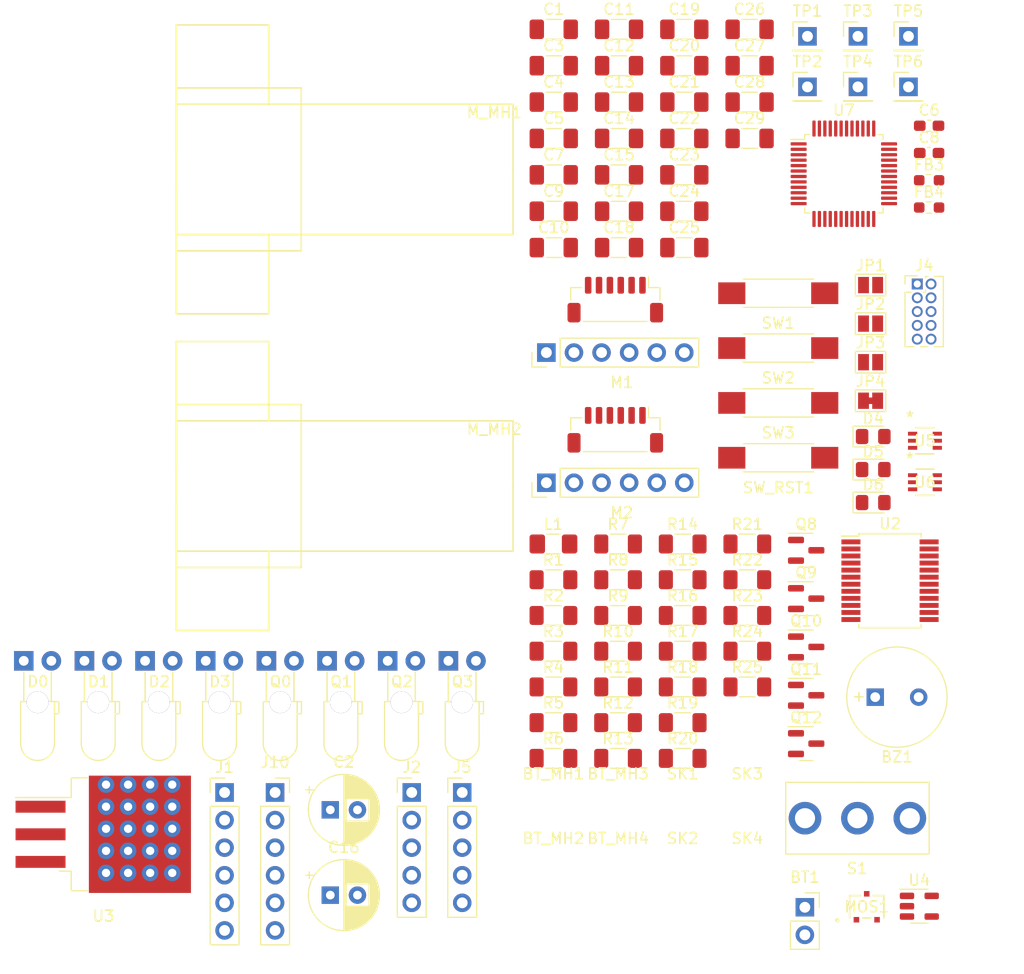
<source format=kicad_pcb>
(kicad_pcb (version 20221018) (generator pcbnew)
  (layers (0 "F.Cu" signal) (31 "B.Cu" signal) (34 "B.Paste" user) (35 "F.Paste" user) (36 "B.SilkS" user "B.Silkscreen") (37 "F.SilkS" user "F.Silkscreen") (38 "B.Mask" user) (39 "F.Mask" user) (44 "Edge.Cuts" user))
  (net 0 "")
  (net 1 "Net-(BT1-+)")
  (net 2 "GND")
  (net 3 "BATT_NET")
  (net 4 "VCC")
  (net 5 "+5V")
  (net 6 "Net-(J1-Pin_2)")
  (net 7 "Net-(J1-Pin_3)")
  (net 8 "+5V_NET")
  (net 9 "+3V3")
  (net 10 "+3.3VA")
  (net 11 "AGND")
  (net 12 "RST")
  (net 13 "3V3_BYP")
  (net 14 "Net-(D0-K)")
  (net 15 "Net-(D1-K)")
  (net 16 "Net-(D2-K)")
  (net 17 "Net-(D3-K)")
  (net 18 "LED_RED")
  (net 19 "Net-(D4-A)")
  (net 20 "LED_GREEN")
  (net 21 "Net-(D5-A)")
  (net 22 "LED_BLUE")
  (net 23 "Net-(D6-A)")
  (net 24 "USART1_RX")
  (net 25 "USART1_TX")
  (net 29 "+3V3_NET")
  (net 30 "SWDIO")
  (net 31 "SWDCLK")
  (net 32 "Net-(J4-SWO{slash}TDO)")
  (net 35 "Net-(J4-GNDDetect)")
  (net 36 "Net-(J4-~{RESET})")
  (net 37 "BLE_STATE")
  (net 39 "SWO")
  (net 40 "M2_OUT_1")
  (net 41 "M2_OUT_2")
  (net 42 "M2_ENC_A")
  (net 43 "M2_ENC_B")
  (net 44 "M1_OUT_1")
  (net 45 "M1_OUT_2")
  (net 46 "M1_ENC_A")
  (net 47 "M1_ENC_B")
  (net 48 "RECEIV_1")
  (net 49 "RECEIV_2")
  (net 50 "RECEIV_4")
  (net 51 "RECEIV_3")
  (net 52 "BUZZER")
  (net 53 "Net-(Q8-D)")
  (net 54 "EMIT_1")
  (net 55 "Net-(Q9-D)")
  (net 56 "EMIT_2")
  (net 57 "Net-(Q10-D)")
  (net 58 "EMIT_4")
  (net 59 "Net-(Q11-D)")
  (net 60 "EMIT_3")
  (net 61 "Net-(Q12-D)")
  (net 62 "BUTTON_3")
  (net 63 "/BOOT0")
  (net 64 "BUTTON")
  (net 65 "Net-(BZ1-+)")
  (net 66 "V_METER")
  (net 67 "BUTTON_2")
  (net 68 "Net-(U7-PB2)")
  (net 69 "Net-(S1-Pad3)")
  (net 70 "M2_SPD")
  (net 71 "M2_BACK")
  (net 72 "M2_FWD")
  (net 73 "M1_FWD")
  (net 74 "M1_BACK")
  (net 75 "M1_SPD")
  (footprint "Connector_PinHeader_2.54mm:PinHeader_1x05_P2.54mm_Vertical" (layer "F.Cu") (at 64.7725 91.38)
    (fp_text reference "J5" (at 0 -2.33) (layer "F.SilkS"))
    (fp_text value "SWD Header")
    (pad "1" thru_hole rect (at 0 0) (size 1.7 1.7) (drill 1) (layers "*.Cu" "*.Mask") (net 9 "+3V3"))
    (pad "2" thru_hole oval (at 0 2.54) (size 1.7 1.7) (drill 1) (layers "*.Cu" "*.Mask") (net 30 "SWDIO"))
    (pad "3" thru_hole oval (at 0 5.08) (size 1.7 1.7) (drill 1) (layers "*.Cu" "*.Mask") (net 31 "SWDCLK"))
    (pad "4" thru_hole oval (at 0 7.62) (size 1.7 1.7) (drill 1) (layers "*.Cu" "*.Mask") (net 2 "GND"))
    (pad "5" thru_hole oval (at 0 10.16) (size 1.7 1.7) (drill 1) (layers "*.Cu" "*.Mask") (net 12 "RST"))
  )
  (footprint "MountingHole:MountingHole_2.2mm_M2" (layer "F.Cu") (at 91.0225 92.86)
    (fp_text reference "SK3" (at 0 -3.2) (layer "F.SilkS"))
    (fp_text value "M2")
    (pad "" np_thru_hole circle (at 0 0) (size 2.2 2.2) (drill 2.2) (layers "*.Cu" "*.Mask"))
  )
  (footprint "Capacitor_SMD:C_1206_3216Metric_Pad1.33x1.80mm_HandSolder" (layer "F.Cu") (at 79.2125 31.16)
    (fp_text reference "C14" (at 0 -1.85) (layer "F.SilkS"))
    (fp_text value "1uF")
    (pad "1" smd roundrect (at -1.5625 0) (size 1.325 1.8) (layers "F.Cu" "F.Paste" "F.Mask") (roundrect_rratio 0.188679) (net 10 "+3.3VA"))
    (pad "2" smd roundrect (at 1.5625 0) (size 1.325 1.8) (layers "F.Cu" "F.Paste" "F.Mask") (roundrect_rratio 0.188679) (net 11 "AGND"))
  )
  (footprint "Resistor_SMD:R_1206_3216Metric_Pad1.30x1.75mm_HandSolder" (layer "F.Cu") (at 79.1225 68.5)
    (fp_text reference "R7" (at 0 -1.82) (layer "F.SilkS"))
    (fp_text value "35")
    (pad "1" smd roundrect (at -1.55 0) (size 1.3 1.75) (layers "F.Cu" "F.Paste" "F.Mask") (roundrect_rratio 0.192308) (net 16 "Net-(D2-K)"))
    (pad "2" smd roundrect (at 1.55 0) (size 1.3 1.75) (layers "F.Cu" "F.Paste" "F.Mask") (roundrect_rratio 0.192308) (net 59 "Net-(Q11-D)"))
  )
  (footprint "Connector_PinSocket_2.54mm:PinSocket_1x06_P2.54mm_Vertical" (layer "F.Cu") (at 47.5425 91.38)
    (fp_text reference "J10" (at 0 -2.77) (layer "F.SilkS"))
    (fp_text value "Conn_01x06_Female")
    (pad "1" thru_hole rect (at 0 0) (size 1.7 1.7) (drill 1) (layers "*.Cu" "*.Mask") (net 37 "BLE_STATE"))
    (pad "2" thru_hole oval (at 0 2.54) (size 1.7 1.7) (drill 1) (layers "*.Cu" "*.Mask") (net 6 "Net-(J1-Pin_2)"))
    (pad "3" thru_hole oval (at 0 5.08) (size 1.7 1.7) (drill 1) (layers "*.Cu" "*.Mask") (net 7 "Net-(J1-Pin_3)"))
    (pad "4" thru_hole oval (at 0 7.62) (size 1.7 1.7) (drill 1) (layers "*.Cu" "*.Mask") (net 2 "GND"))
    (pad "5" thru_hole oval (at 0 10.16) (size 1.7 1.7) (drill 1) (layers "*.Cu" "*.Mask") (net 5 "+5V"))
    (pad "6" thru_hole oval (at 0 12.7) (size 1.7 1.7) (drill 1) (layers "*.Cu" "*.Mask"))
  )
  (footprint "Package_TO_SOT_SMD:SOT-23" (layer "F.Cu") (at 96.4425 77.98)
    (fp_text reference "Q10" (at 0 -2.4) (layer "F.SilkS"))
    (fp_text value "Q_NMOS_GSD")
    (pad "1" smd roundrect (at -0.9375 -0.95) (size 1.475 0.6) (layers "F.Cu" "F.Paste" "F.Mask") (net 56 "EMIT_2"))
    (pad "2" smd roundrect (at -0.9375 0.95) (size 1.475 0.6) (layers "F.Cu" "F.Paste" "F.Mask") (net 2 "GND"))
    (pad "3" smd roundrect (at 0.9375 0) (size 1.475 0.6) (layers "F.Cu" "F.Paste" "F.Mask") (net 57 "Net-(Q10-D)"))
  )
  (footprint "Resistor_SMD:R_1206_3216Metric_Pad1.30x1.75mm_HandSolder" (layer "F.Cu") (at 79.1225 71.79)
    (fp_text reference "R8" (at 0 -1.82) (layer "F.SilkS"))
    (fp_text value "35")
    (pad "1" smd roundrect (at -1.55 0) (size 1.3 1.75) (layers "F.Cu" "F.Paste" "F.Mask") (roundrect_rratio 0.192308) (net 17 "Net-(D3-K)"))
    (pad "2" smd roundrect (at 1.55 0) (size 1.3 1.75) (layers "F.Cu" "F.Paste" "F.Mask") (roundrect_rratio 0.192308) (net 61 "Net-(Q12-D)"))
  )
  (footprint "Package_SO:SSOP-24_5.3x8.2mm_P0.65mm" (layer "F.Cu") (at 104.1625 71.88)
    (fp_text reference "U2" (at 0 -5.25) (layer "F.SilkS"))
    (fp_text value "TB6612FNG")
    (pad "1" smd rect (at -3.6 -3.575) (size 1.75 0.45) (layers "F.Cu" "F.Paste" "F.Mask") (net 44 "M1_OUT_1"))
    (pad "2" smd rect (at -3.6 -2.925) (size 1.75 0.45) (layers "F.Cu" "F.Paste" "F.Mask") (net 44 "M1_OUT_1"))
    (pad "3" smd rect (at -3.6 -2.275) (size 1.75 0.45) (layers "F.Cu" "F.Paste" "F.Mask") (net 2 "GND"))
    (pad "4" smd rect (at -3.6 -1.625) (size 1.75 0.45) (layers "F.Cu" "F.Paste" "F.Mask") (net 2 "GND"))
    (pad "5" smd rect (at -3.6 -0.975) (size 1.75 0.45) (layers "F.Cu" "F.Paste" "F.Mask") (net 45 "M1_OUT_2"))
    (pad "6" smd rect (at -3.6 -0.325) (size 1.75 0.45) (layers "F.Cu" "F.Paste" "F.Mask") (net 45 "M1_OUT_2"))
    (pad "7" smd rect (at -3.6 0.325) (size 1.75 0.45) (layers "F.Cu" "F.Paste" "F.Mask") (net 41 "M2_OUT_2"))
    (pad "8" smd rect (at -3.6 0.975) (size 1.75 0.45) (layers "F.Cu" "F.Paste" "F.Mask") (net 41 "M2_OUT_2"))
    (pad "9" smd rect (at -3.6 1.625) (size 1.75 0.45) (layers "F.Cu" "F.Paste" "F.Mask") (net 2 "GND"))
    (pad "10" smd rect (at -3.6 2.275) (size 1.75 0.45) (layers "F.Cu" "F.Paste" "F.Mask") (net 2 "GND"))
    (pad "11" smd rect (at -3.6 2.925) (size 1.75 0.45) (layers "F.Cu" "F.Paste" "F.Mask") (net 40 "M2_OUT_1"))
    (pad "12" smd rect (at -3.6 3.575) (size 1.75 0.45) (layers "F.Cu" "F.Paste" "F.Mask") (net 40 "M2_OUT_1"))
    (pad "13" smd rect (at 3.6 3.575) (size 1.75 0.45) (layers "F.Cu" "F.Paste" "F.Mask") (net 4 "VCC"))
    (pad "14" smd rect (at 3.6 2.925) (size 1.75 0.45) (layers "F.Cu" "F.Paste" "F.Mask") (net 4 "VCC"))
    (pad "15" smd rect (at 3.6 2.275) (size 1.75 0.45) (layers "F.Cu" "F.Paste" "F.Mask") (net 70 "M2_SPD"))
    (pad "16" smd rect (at 3.6 1.625) (size 1.75 0.45) (layers "F.Cu" "F.Paste" "F.Mask") (net 71 "M2_BACK"))
    (pad "17" smd rect (at 3.6 0.975) (size 1.75 0.45) (layers "F.Cu" "F.Paste" "F.Mask") (net 72 "M2_FWD"))
    (pad "18" smd rect (at 3.6 0.325) (size 1.75 0.45) (layers "F.Cu" "F.Paste" "F.Mask") (net 2 "GND"))
    (pad "19" smd rect (at 3.6 -0.325) (size 1.75 0.45) (layers "F.Cu" "F.Paste" "F.Mask") (net 5 "+5V"))
    (pad "20" smd rect (at 3.6 -0.975) (size 1.75 0.45) (layers "F.Cu" "F.Paste" "F.Mask") (net 5 "+5V"))
    (pad "21" smd rect (at 3.6 -1.625) (size 1.75 0.45) (layers "F.Cu" "F.Paste" "F.Mask") (net 73 "M1_FWD"))
    (pad "22" smd rect (at 3.6 -2.275) (size 1.75 0.45) (layers "F.Cu" "F.Paste" "F.Mask") (net 74 "M1_BACK"))
    (pad "23" smd rect (at 3.6 -2.925) (size 1.75 0.45) (layers "F.Cu" "F.Paste" "F.Mask") (net 75 "M1_SPD"))
    (pad "24" smd rect (at 3.6 -3.575) (size 1.75 0.45) (layers "F.Cu" "F.Paste" "F.Mask") (net 4 "VCC"))
  )
  (footprint "Resistor_SMD:R_1206_3216Metric_Pad1.30x1.75mm_HandSolder" (layer "F.Cu") (at 73.1725 78.37)
    (fp_text reference "R3" (at 0 -1.82) (layer "F.SilkS"))
    (fp_text value "1.8k")
    (pad "1" smd roundrect (at -1.55 0) (size 1.3 1.75) (layers "F.Cu" "F.Paste" "F.Mask") (roundrect_rratio 0.192308) (net 11 "AGND"))
    (pad "2" smd roundrect (at 1.55 0) (size 1.3 1.75) (layers "F.Cu" "F.Paste" "F.Mask") (roundrect_rratio 0.192308) (net 50 "RECEIV_4"))
  )
  (footprint "Resistor_SMD:R_1206_3216Metric_Pad1.30x1.75mm_HandSolder" (layer "F.Cu") (at 85.0725 68.5)
    (fp_text reference "R14" (at 0 -1.82) (layer "F.SilkS"))
    (fp_text value "47k")
    (pad "1" smd roundrect (at -1.55 0) (size 1.3 1.75) (layers "F.Cu" "F.Paste" "F.Mask") (roundrect_rratio 0.192308) (net 2 "GND"))
    (pad "2" smd roundrect (at 1.55 0) (size 1.3 1.75) (layers "F.Cu" "F.Paste" "F.Mask") (roundrect_rratio 0.192308) (net 56 "EMIT_2"))
  )
  (footprint "Resistor_SMD:R_1206_3216Metric_Pad1.30x1.75mm_HandSolder" (layer "F.Cu") (at 73.1725 75.08)
    (fp_text reference "R2" (at 0 -1.82) (layer "F.SilkS"))
    (fp_text value "1.8k")
    (pad "1" smd roundrect (at -1.55 0) (size 1.3 1.75) (layers "F.Cu" "F.Paste" "F.Mask") (roundrect_rratio 0.192308) (net 11 "AGND"))
    (pad "2" smd roundrect (at 1.55 0) (size 1.3 1.75) (layers "F.Cu" "F.Paste" "F.Mask") (roundrect_rratio 0.192308) (net 49 "RECEIV_2"))
  )
  (footprint "Package_TO_SOT_SMD:SOT-23-5" (layer "F.Cu") (at 106.8625 101.85)
    (fp_text reference "U4" (at 0 -2.4) (layer "F.SilkS"))
    (fp_text value "APE8865Y5-33-HF-3")
    (pad "1" smd roundrect (at -1.1375 -0.95) (size 1.325 0.6) (layers "F.Cu" "F.Paste" "F.Mask") (net 5 "+5V"))
    (pad "2" smd roundrect (at -1.1375 0) (size 1.325 0.6) (layers "F.Cu" "F.Paste" "F.Mask") (net 2 "GND"))
    (pad "3" smd roundrect (at -1.1375 0.95) (size 1.325 0.6) (layers "F.Cu" "F.Paste" "F.Mask") (net 5 "+5V"))
    (pad "4" smd roundrect (at 1.1375 0.95) (size 1.325 0.6) (layers "F.Cu" "F.Paste" "F.Mask") (net 13 "3V3_BYP"))
    (pad "5" smd roundrect (at 1.1375 -0.95) (size 1.325 0.6) (layers "F.Cu" "F.Paste" "F.Mask") (net 9 "+3V3"))
  )
  (footprint "Resistor_SMD:R_1206_3216Metric_Pad1.30x1.75mm_HandSolder" (layer "F.Cu") (at 85.0725 71.79)
    (fp_text reference "R15" (at 0 -1.82) (layer "F.SilkS"))
    (fp_text value "47k")
    (pad "1" smd roundrect (at -1.55 0) (size 1.3 1.75) (layers "F.Cu" "F.Paste" "F.Mask") (roundrect_rratio 0.192308) (net 2 "GND"))
    (pad "2" smd roundrect (at 1.55 0) (size 1.3 1.75) (layers "F.Cu" "F.Paste" "F.Mask") (roundrect_rratio 0.192308) (net 58 "EMIT_4"))
  )
  (footprint "Resistor_SMD:R_1206_3216Metric_Pad1.30x1.75mm_HandSolder" (layer "F.Cu") (at 73.1725 88.24)
    (fp_text reference "R6" (at 0 -1.82) (layer "F.SilkS"))
    (fp_text value "35")
    (pad "1" smd roundrect (at -1.55 0) (size 1.3 1.75) (layers "F.Cu" "F.Paste" "F.Mask") (roundrect_rratio 0.192308) (net 15 "Net-(D1-K)"))
    (pad "2" smd roundrect (at 1.55 0) (size 1.3 1.75) (layers "F.Cu" "F.Paste" "F.Mask") (roundrect_rratio 0.192308) (net 57 "Net-(Q10-D)"))
  )
  (footprint "Capacitor_SMD:C_1206_3216Metric_Pad1.33x1.80mm_HandSolder" (layer "F.Cu") (at 79.2125 27.81)
    (fp_text reference "C13" (at 0 -1.85) (layer "F.SilkS"))
    (fp_text value "0.1uF")
    (pad "1" smd roundrect (at -1.5625 0) (size 1.325 1.8) (layers "F.Cu" "F.Paste" "F.Mask") (roundrect_rratio 0.188679) (net 8 "+5V_NET"))
    (pad "2" smd roundrect (at 1.5625 0) (size 1.325 1.8) (layers "F.Cu" "F.Paste" "F.Mask") (roundrect_rratio 0.188679) (net 2 "GND"))
  )
  (footprint "MM_Library:Emitter" (layer "F.Cu") (at 35.573004 79.26)
    (fp_text reference "D2" (at 1.304011 1.909755 180) (layer "F.SilkS"))
    (fp_text value "SFH4545")
    (pad "1" thru_hole rect (at 0 0) (size 1.8 1.8) (drill 0.9) (layers "*.Cu" "*.Mask") (net 16 "Net-(D2-K)"))
    (pad "2" thru_hole circle (at 2.54 0) (size 1.8 1.8) (drill 0.9) (layers "*.Cu" "*.Mask") (net 5 "+5V"))
    (pad "3" thru_hole circle (at 1.27 3.81) (size 2 2) (drill 2) (layers "*.Cu" "*.Mask"))
  )
  (footprint "Capacitor_THT:CP_Radial_D6.3mm_P2.50mm" (layer "F.Cu") (at 52.627741 100.83)
    (fp_text reference "C16" (at 1.25 -4.4) (layer "F.SilkS"))
    (fp_text value "100uF")
    (pad "1" thru_hole rect (at 0 0) (size 1.6 1.6) (drill 0.8) (layers "*.Cu" "*.Mask") (net 8 "+5V_NET"))
    (pad "2" thru_hole circle (at 2.5 0) (size 1.6 1.6) (drill 0.8) (layers "*.Cu" "*.Mask") (net 2 "GND"))
  )
  (footprint "MountingHole:MountingHole_2.2mm_M2" (layer "F.Cu") (at 73.1725 98.81)
    (fp_text reference "BT_MH2" (at 0 -3.2) (layer "F.SilkS"))
    (fp_text value "M2")
    (pad "" np_thru_hole circle (at 0 0) (size 2.2 2.2) (drill 2.2) (layers "*.Cu" "*.Mask"))
  )
  (footprint "LED_SMD:LED_0805_2012Metric_Pad1.15x1.40mm_HandSolder" (layer "F.Cu") (at 102.6175 58.605)
    (fp_text reference "D4" (at 0 -1.65) (layer "F.SilkS"))
    (fp_text value "LED")
    (pad "1" smd roundrect (at -1.025 0) (size 1.15 1.4) (layers "F.Cu" "F.Paste" "F.Mask") (roundrect_rratio 0.217391) (net 18 "LED_RED"))
    (pad "2" smd roundrect (at 1.025 0) (size 1.15 1.4) (layers "F.Cu" "F.Paste" "F.Mask") (roundrect_rratio 0.217391) (net 19 "Net-(D4-A)"))
  )
  (footprint "Capacitor_SMD:C_1206_3216Metric_Pad1.33x1.80mm_HandSolder" (layer "F.Cu") (at 85.2225 31.16)
    (fp_text reference "C22" (at 0 -1.85) (layer "F.SilkS"))
    (fp_text value "0.1uF")
    (pad "1" smd roundrect (at -1.5625 0) (size 1.325 1.8) (layers "F.Cu" "F.Paste" "F.Mask") (roundrect_rratio 0.188679) (net 9 "+3V3"))
    (pad "2" smd roundrect (at 1.5625 0) (size 1.325 1.8) (layers "F.Cu" "F.Paste" "F.Mask") (roundrect_rratio 0.188679) (net 2 "GND"))
  )
  (footprint "MountingHole:MountingHole_2.2mm_M2" (layer "F.Cu") (at 91.0225 98.81)
    (fp_text reference "SK4" (at 0 -3.2) (layer "F.SilkS"))
    (fp_text value "M2")
    (pad "" np_thru_hole circle (at 0 0) (size 2.2 2.2) (drill 2.2) (layers "*.Cu" "*.Mask"))
  )
  (footprint "Resistor_SMD:R_1206_3216Metric_Pad1.30x1.75mm_HandSolder" (layer "F.Cu") (at 91.0225 71.79)
    (fp_text reference "R22" (at 0 -1.82) (layer "F.SilkS"))
    (fp_text value "20K")
    (pad "1" smd roundrect (at -1.55 0) (size 1.3 1.75) (layers "F.Cu" "F.Paste" "F.Mask") (roundrect_rratio 0.192308) (net 3 "BATT_NET"))
    (pad "2" smd roundrect (at 1.55 0) (size 1.3 1.75) (layers "F.Cu" "F.Paste" "F.Mask") (roundrect_rratio 0.192308) (net 66 "V_METER"))
  )
  (footprint "Resistor_SMD:R_1206_3216Metric_Pad1.30x1.75mm_HandSolder" (layer "F.Cu") (at 91.0225 75.08)
    (fp_text reference "R23" (at 0 -1.82) (layer "F.SilkS"))
    (fp_text value "10K")
    (pad "1" smd roundrect (at -1.55 0) (size 1.3 1.75) (layers "F.Cu" "F.Paste" "F.Mask") (roundrect_rratio 0.192308) (net 66 "V_METER"))
    (pad "2" smd roundrect (at 1.55 0) (size 1.3 1.75) (layers "F.Cu" "F.Paste" "F.Mask") (roundrect_rratio 0.192308) (net 2 "GND"))
  )
  (footprint "Package_TO_SOT_SMD:SOT-23" (layer "F.Cu") (at 96.4425 82.43)
    (fp_text reference "Q11" (at 0 -2.4) (layer "F.SilkS"))
    (fp_text value "Q_NMOS_GSD")
    (pad "1" smd roundrect (at -0.9375 -0.95) (size 1.475 0.6) (layers "F.Cu" "F.Paste" "F.Mask") (net 58 "EMIT_4"))
    (pad "2" smd roundrect (at -0.9375 0.95) (size 1.475 0.6) (layers "F.Cu" "F.Paste" "F.Mask") (net 2 "GND"))
    (pad "3" smd roundrect (at 0.9375 0) (size 1.475 0.6) (layers "F.Cu" "F.Paste" "F.Mask") (net 59 "Net-(Q11-D)"))
  )
  (footprint "Resistor_SMD:R_1206_3216Metric_Pad1.30x1.75mm_HandSolder" (layer "F.Cu") (at 85.0725 88.24)
    (fp_text reference "R20" (at 0 -1.82) (layer "F.SilkS"))
    (fp_text value "75")
    (pad "1" smd roundrect (at -1.55 0) (size 1.3 1.75) (layers "F.Cu" "F.Paste" "F.Mask") (roundrect_rratio 0.192308) (net 21 "Net-(D5-A)"))
    (pad "2" smd roundrect (at 1.55 0) (size 1.3 1.75) (layers "F.Cu" "F.Paste" "F.Mask") (roundrect_rratio 0.192308) (net 9 "+3V3"))
  )
  (footprint "Connector_PinHeader_2.54mm:PinHeader_1x05_P2.54mm_Vertical" (layer "F.Cu") (at 60.1225 91.38)
    (fp_text reference "J2" (at 0 -2.33) (layer "F.SilkS"))
    (fp_text value "SWD Header")
    (pad "1" thru_hole rect (at 0 0) (size 1.7 1.7) (drill 1) (layers "*.Cu" "*.Mask") (net 29 "+3V3_NET"))
    (pad "2" thru_hole oval (at 0 2.54) (size 1.7 1.7) (drill 1) (layers "*.Cu" "*.Mask") (net 30 "SWDIO"))
    (pad "3" thru_hole oval (at 0 5.08) (size 1.7 1.7) (drill 1) (layers "*.Cu" "*.Mask") (net 31 "SWDCLK"))
    (pad "4" thru_hole oval (at 0 7.62) (size 1.7 1.7) (drill 1) (layers "*.Cu" "*.Mask") (net 2 "GND"))
    (pad "5" thru_hole oval (at 0 10.16) (size 1.7 1.7) (drill 1) (layers "*.Cu" "*.Mask") (net 12 "RST"))
  )
  (footprint "LED_SMD:LED_0805_2012Metric_Pad1.15x1.40mm_HandSolder" (layer "F.Cu") (at 102.6175 64.685)
    (fp_text reference "D6" (at 0 -1.65) (layer "F.SilkS"))
    (fp_text value "LED")
    (pad "1" smd roundrect (at -1.025 0) (size 1.15 1.4) (layers "F.Cu" "F.Paste" "F.Mask") (roundrect_rratio 0.217391) (net 22 "LED_BLUE"))
    (pad "2" smd roundrect (at 1.025 0) (size 1.15 1.4) (layers "F.Cu" "F.Paste" "F.Mask") (roundrect_rratio 0.217391) (net 23 "Net-(D6-A)"))
  )
  (footprint "MM_Library:Emitter" (layer "F.Cu") (at 52.32876 79.26)
    (fp_text reference "Q1" (at 1.304011 1.909755 180) (layer "F.SilkS"))
    (fp_text value "TEFT4300")
    (pad "1" thru_hole rect (at 0 0) (size 1.8 1.8) (drill 0.9) (layers "*.Cu" "*.Mask") (net 10 "+3.3VA"))
    (pad "2" thru_hole circle (at 2.54 0) (size 1.8 1.8) (drill 0.9) (layers "*.Cu" "*.Mask") (net 49 "RECEIV_2"))
    (pad "3" thru_hole circle (at 1.27 3.81) (size 2 2) (drill 2) (layers "*.Cu" "*.Mask"))
  )
  (footprint "MM_Library:Motor_mouse" (layer "F.Cu") (at 69.4525 63.16)
    (fp_text reference "M_MH2" (at -1.7272 -5.2324 -180) (layer "F.SilkS"))
    (fp_text value "M2")
    (pad "" np_thru_hole circle (at -26.75 -9) (size 2.1844 2.1844) (drill 2.1844) (layers "*.Cu" "*.Mask"))
    (pad "" np_thru_hole circle (at -26.75 9) (size 2.1844 2.1844) (drill 2.1844) (layers "*.Cu" "*.Mask"))
  )
  (footprint "Resistor_SMD:R_0603_1608Metric_Pad0.98x0.95mm_HandSolder" (layer "F.Cu") (at 107.7625 35.01)
    (fp_text reference "FB3" (at 0 -1.43) (layer "F.SilkS"))
    (fp_text value "HZ0603C601R-10")
    (pad "1" smd roundrect (at -0.9125 0) (size 0.975 0.95) (layers "F.Cu" "F.Paste" "F.Mask") (net 24 "USART1_RX"))
    (pad "2" smd roundrect (at 0.9125 0) (size 0.975 0.95) (layers "F.Cu" "F.Paste" "F.Mask") (net 7 "Net-(J1-Pin_3)"))
  )
  (footprint "Jumper:SolderJumper-2_P1.3mm_Open_Pad1.0x1.5mm" (layer "F.Cu") (at 102.3725 44.66)
    (fp_text reference "JP1" (at 0 -1.8) (layer "F.SilkS"))
    (fp_text value "JP_SWO")
    (pad "1" smd rect (at -0.65 0) (size 1 1.5) (layers "F.Cu" "F.Mask") (net 32 "Net-(J4-SWO{slash}TDO)"))
    (pad "2" smd rect (at 0.65 0) (size 1 1.5) (layers "F.Cu" "F.Mask") (net 39 "SWO"))
  )
  (footprint "Capacitor_SMD:C_1206_3216Metric_Pad1.33x1.80mm_HandSolder" (layer "F.Cu") (at 79.2125 34.51)
    (fp_text reference "C15" (at 0 -1.85) (layer "F.SilkS"))
    (fp_text value "1uF")
    (pad "1" smd roundrect (at -1.5625 0) (size 1.325 1.8) (layers "F.Cu" "F.Paste" "F.Mask") (roundrect_rratio 0.188679) (net 10 "+3.3VA"))
    (pad "2" smd roundrect (at 1.5625 0) (size 1.325 1.8) (layers "F.Cu" "F.Paste" "F.Mask") (roundrect_rratio 0.188679) (net 11 "AGND"))
  )
  (footprint "Button_Switch_SMD:SW_SPST_REED_CT05-XXXX-G1" (layer "F.Cu") (at 93.8725 60.56)
    (fp_text reference "SW_RST1" (at 0 2.75) (layer "F.SilkS"))
    (fp_text value "SW")
    (pad "1" smd rect (at -4.28 0) (size 2.5 2) (layers "F.Cu" "F.Paste" "F.Mask") (net 12 "RST"))
    (pad "2" smd rect (at 4.28 0) (size 2.5 2) (layers "F.Cu" "F.Paste" "F.Mask") (net 2 "GND"))
  )
  (footprint "Button_Switch_SMD:SW_SPST_REED_CT05-XXXX-G1" (layer "F.Cu") (at 93.8725 55.51)
    (fp_text reference "SW3" (at 0 2.75) (layer "F.SilkS"))
    (fp_text value "SW")
    (pad "1" smd rect (at -4.28 0) (size 2.5 2) (layers "F.Cu" "F.Paste" "F.Mask") (net 62 "BUTTON_3"))
    (pad "2" smd rect (at 4.28 0) (size 2.5 2) (layers "F.Cu" "F.Paste" "F.Mask") (net 2 "GND"))
  )
  (footprint "Button_Switch_SMD:SW_SPST_REED_CT05-XXXX-G1" (layer "F.Cu") (at 93.8725 50.46)
    (fp_text reference "SW2" (at 0 2.75) (layer "F.SilkS"))
    (fp_text value "SW")
    (pad "1" smd rect (at -4.28 0) (size 2.5 2) (layers "F.Cu" "F.Paste" "F.Mask") (net 67 "BUTTON_2"))
    (pad "2" smd rect (at 4.28 0) (size 2.5 2) (layers "F.Cu" "F.Paste" "F.Mask") (net 2 "GND"))
  )
  (footprint "Connector_PinSocket_2.54mm:PinSocket_1x02_P2.54mm_Vertical" (layer "F.Cu") (at 96.3225 101.95)
    (fp_text reference "BT1" (at 0 -2.77) (layer "F.SilkS"))
    (fp_text value "Battery_Cell")
    (pad "1" thru_hole rect (at 0 0) (size 1.7 1.7) (drill 1) (layers "*.Cu" "*.Mask") (net 1 "Net-(BT1-+)"))
    (pad "2" thru_hole oval (at 0 2.54) (size 1.7 1.7) (drill 1) (layers "*.Cu" "*.Mask") (net 2 "GND"))
  )
  (footprint "Connector_PinHeader_2.54mm:PinHeader_1x01_P2.54mm_Vertical" (layer "F.Cu") (at 96.5625 26.41)
    (fp_text reference "TP2" (at 0 -2.33) (layer "F.SilkS"))
    (fp_text value "GND_TP")
    (pad "1" thru_hole rect (at 0 0) (size 1.7 1.7) (drill 1) (layers "*.Cu" "*.Mask") (net 2 "GND"))
  )
  (footprint "MountingHole:MountingHole_2.2mm_M2" (layer "F.Cu") (at 85.0725 98.81)
    (fp_text reference "SK2" (at 0 -3.2) (layer "F.SilkS"))
    (fp_text value "M2")
    (pad "" np_thru_hole circle (at 0 0) (size 2.2 2.2) (drill 2.2) (layers "*.Cu" "*.Mask"))
  )
  (footprint "MountingHole:MountingHole_2.2mm_M2" (layer "F.Cu") (at 79.1225 92.86)
    (fp_text reference "BT_MH3" (at 0 -3.2) (layer "F.SilkS"))
    (fp_text value "M2")
    (pad "" np_thru_hole circle (at 0 0) (size 2.2 2.2) (drill 2.2) (layers "*.Cu" "*.Mask"))
  )
  (footprint "Capacitor_SMD:C_1206_3216Metric_Pad1.33x1.80mm_HandSolder" (layer "F.Cu") (at 73.2025 31.16)
    (fp_text reference "C5" (at 0 -1.85) (layer "F.SilkS"))
    (fp_text value "0.1uF")
    (pad "1" smd roundrect (at -1.5625 0) (size 1.325 1.8) (layers "F.Cu" "F.Paste" "F.Mask") (roundrect_rratio 0.188679) (net 5 "+5V"))
    (pad "2" smd roundrect (at 1.5625 0) (size 1.325 1.8) (layers "F.Cu" "F.Paste" "F.Mask") (roundrect_rratio 0.188679) (net 2 "GND"))
  )
  (footprint "Capacitor_SMD:C_1206_3216Metric_Pad1.33x1.80mm_HandSolder" (layer "F.Cu") (at 85.2225 37.86)
    (fp_text reference "C24" (at 0 -1.85) (layer "F.SilkS"))
    (fp_text value "0.1uF")
    (pad "1" smd roundrect (at -1.5625 0) (size 1.325 1.8) (layers "F.Cu" "F.Paste" "F.Mask") (roundrect_rratio 0.188679) (net 9 "+3V3"))
    (pad "2" smd roundrect (at 1.5625 0) (size 1.325 1.8) (layers "F.Cu" "F.Paste" "F.Mask") (roundrect_rratio 0.188679) (net 2 "GND"))
  )
  (footprint "MountingHole:MountingHole_2.2mm_M2" (layer "F.Cu") (at 73.1725 92.86)
    (fp_text reference "BT_MH1" (at 0 -3.2) (layer "F.SilkS"))
    (fp_text value "M2")
    (pad "" np_thru_hole circle (at 0 0) (size 2.2 2.2) (drill 2.2) (layers "*.Cu" "*.Mask"))
  )
  (footprint "MM_Library:Emitter" (layer "F.Cu") (at 57.914012 79.26)
    (fp_text reference "Q2" (at 1.304011 1.909755 180) (layer "F.SilkS"))
    (fp_text value "TEFT4300")
    (pad "1" thru_hole rect (at 0 0) (size 1.8 1.8) (drill 0.9) (layers "*.Cu" "*.Mask") (net 10 "+3.3VA"))
    (pad "2" thru_hole circle (at 2.54 0) (size 1.8 1.8) (drill 0.9) (layers "*.Cu" "*.Mask") (net 50 "RECEIV_4"))
    (pad "3" thru_hole circle (at 1.27 3.81) (size 2 2) (drill 2) (layers "*.Cu" "*.Mask"))
  )
  (footprint "Connector_PinHeader_2.54mm:PinHeader_1x01_P2.54mm_Vertical" (layer "F.Cu") (at 105.8625 26.41)
    (fp_text reference "TP6" (at 0 -2.33) (layer "F.SilkS"))
    (fp_text value "GND_TP")
    (pad "1" thru_hole rect (at 0 0) (size 1.7 1.7) (drill 1) (layers "*.Cu" "*.Mask") (net 2 "GND"))
  )
  (footprint "Connector_PinHeader_2.54mm:PinHeader_1x01_P2.54mm_Vertical" (layer "F.Cu") (at 105.8625 21.76)
    (fp_text reference "TP5" (at 0 -2.33) (layer "F.SilkS"))
    (fp_text value "GND_TP")
    (pad "1" thru_hole rect (at 0 0) (size 1.7 1.7) (drill 1) (layers "*.Cu" "*.Mask") (net 2 "GND"))
  )
  (footprint "MM_Library:Emitter" (layer "F.Cu") (at 46.743508 79.26)
    (fp_text reference "Q0" (at 1.304011 1.909755 180) (layer "F.SilkS"))
    (fp_text value "TEFT4300")
    (pad "1" thru_hole rect (at 0 0) (size 1.8 1.8) (drill 0.9) (layers "*.Cu" "*.Mask") (net 10 "+3.3VA"))
    (pad "2" thru_hole circle (at 2.54 0) (size 1.8 1.8) (drill 0.9) (layers "*.Cu" "*.Mask") (net 48 "RECEIV_1"))
    (pad "3" thru_hole circle (at 1.27 3.81) (size 2 2) (drill 2) (layers "*.Cu" "*.Mask"))
  )
  (footprint "Capacitor_THT:CP_Radial_D6.3mm_P2.50mm" (layer "F.Cu") (at 52.627741 92.98)
    (fp_text reference "C2" (at 1.25 -4.4) (layer "F.SilkS"))
    (fp_text value "100uF")
    (pad "1" thru_hole rect (at 0 0) (size 1.6 1.6) (drill 0.8) (layers "*.Cu" "*.Mask") (net 3 "BATT_NET"))
    (pad "2" thru_hole circle (at 2.5 0) (size 1.6 1.6) (drill 0.8) (layers "*.Cu" "*.Mask") (net 2 "GND"))
  )
  (footprint "Capacitor_SMD:C_1206_3216Metric_Pad1.33x1.80mm_HandSolder" (layer "F.Cu") (at 85.2225 24.46)
    (fp_text reference "C20" (at 0 -1.85) (layer "F.SilkS"))
    (fp_text value "1uF")
    (pad "1" smd roundrect (at -1.5625 0) (size 1.325 1.8) (layers "F.Cu" "F.Paste" "F.Mask") (roundrect_rratio 0.188679) (net 10 "+3.3VA"))
    (pad "2" smd roundrect (at 1.5625 0) (size 1.325 1.8) (layers "F.Cu" "F.Paste" "F.Mask") (roundrect_rratio 0.188679) (net 11 "AGND"))
  )
  (footprint "Capacitor_SMD:C_0603_1608Metric_Pad1.08x0.95mm_HandSolder" (layer "F.Cu") (at 107.7625 29.99)
    (fp_text reference "C6" (at 0 -1.43) (layer "F.SilkS"))
    (fp_text value "22pF")
    (pad "1" smd roundrect (at -0.8625 0) (size 1.075 0.95) (layers "F.Cu" "F.Paste" "F.Mask") (net 6 "Net-(J1-Pin_2)"))
    (pad "2" smd roundrect (at 0.8625 0) (size 1.075 0.95) (layers "F.Cu" "F.Paste" "F.Mask") (net 2 "GND"))
  )
  (footprint "MM_Library:Emitter" (layer "F.Cu") (at 41.158256 79.26)
    (fp_text reference "D3" (at 1.304011 1.909755 180) (layer "F.SilkS"))
    (fp_text value "SFH4545")
    (pad "1" thru_hole rect (at 0 0) (size 1.8 1.8) (drill 0.9) (layers "*.Cu" "*.Mask") (net 17 "Net-(D3-K)"))
    (pad "2" thru_hole circle (at 2.54 0) (size 1.8 1.8) (drill 0.9) (layers "*.Cu" "*.Mask") (net 5 "+5V"))
    (pad "3" thru_hole circle (at 1.27 3.81) (size 2 2) (drill 2) (layers "*.Cu" "*.Mask"))
  )
  (footprint "Capacitor_SMD:C_1206_3216Metric_Pad1.33x1.80mm_HandSolder" (layer "F.Cu") (at 85.2225 41.21)
    (fp_text reference "C25" (at 0 -1.85) (layer "F.SilkS"))
    (fp_text value "10nF")
    (pad "1" smd roundrect (at -1.5625 0) (size 1.325 1.8) (layers "F.Cu" "F.Paste" "F.Mask") (roundrect_rratio 0.188679) (net 13 "3V3_BYP"))
    (pad "2" smd roundrect (at 1.5625 0) (size 1.325 1.8) (layers "F.Cu" "F.Paste" "F.Mask") (roundrect_rratio 0.188679) (net 2 "GND"))
  )
  (footprint "MM_Library:5V Voltage Reg" (layer "F.Cu") (at 31.7485 103.26)
    (fp_text reference "U3" (at 0 -0.5 unlocked) (layer "F.SilkS"))
    (fp_text value "LM1085-5.0")
    (pad "1" smd rect (at -5.801 -10.57) (size 4.6 1.1) (layers "F.Cu" "F.Paste" "F.Mask") (net 2 "GND"))
    (pad "2" smd rect (at -5.801 -8.03) (size 4.6 1.1) (layers "F.Cu" "F.Paste" "F.Mask") (net 8 "+5V_NET"))
    (pad "2" thru_hole circle (at 0.228 -12.602) (size 1.524 1.524) (drill 0.762) (layers "*.Cu" "*.Mask") (net 8 "+5V_NET"))
    (pad "2" thru_hole circle (at 0.228 -10.57) (size 1.524 1.524) (drill 0.762) (layers "*.Cu" "*.Mask") (net 8 "+5V_NET"))
    (pad "2" thru_hole circle (at 0.228 -8.538) (size 1.524 1.524) (drill 0.762) (layers "*.Cu" "*.Mask") (net 8 "+5V_NET"))
    (pad "2" thru_hole circle (at 0.228 -6.506) (size 1.524 1.524) (drill 0.762) (layers "*.Cu" "*.Mask") (net 8 "+5V_NET"))
    (pad "2" thru_hole circle (at 0.228 -4.474) (size 1.524 1.524) (drill 0.762) (layers "*.Cu" "*.Mask") (net 8 "+5V_NET"))
    (pad "2" thru_hole circle (at 2.26 -12.602) (size 1.524 1.524) (drill 0.762) (layers "*.Cu" "*.Mask") (net 8 "+5V_NET"))
    (pad "2" thru_hole circle (at 2.26 -10.57) (size 1.524 1.524) (drill 0.762) (layers "*.Cu" "*.Mask") (net 8 "+5V_NET"))
    (pad "2" thru_hole circle (at 2.26 -8.538) (size 1.524 1.524) (drill 0.762) (layers "*.Cu" "*.Mask") (net 8 "+5V_NET"))
    (pad "2" thru_hole circle (at 2.26 -6.506) (size 1.524 1.524) (drill 0.762) (layers "*.Cu" "*.Mask") (net 8 "+5V_NET"))
    (pad "2" thru_hole circle (at 2.26 -4.474) (size 1.524 1.524) (drill 0.762) (layers "*.Cu" "*.Mask") (net 8 "+5V_NET"))
    (pad "2" smd rect (at 3.349 -8.03) (size 9.4 10.8) (layers "F.Cu" "F.Mask") (net 8 "+5V_NET"))
    (pad "2" thru_hole circle (at 4.292 -12.602) (size 1.524 1.524) (drill 0.762) (layers "*.Cu" "*.Mask") (net 8 "+5V_NET"))
    (pad "2" thru_hole circle (at 4.292 -10.57) (size 1.524 1.524) (drill 0.762) (layers "*.Cu" "*.Mask") (net 8 "+5V_NET"))
    (pad "2" thru_hole circle (at 4.292 -8.538) (size 1.524 1.524) (drill 0.762) (layers "*.Cu" "*.Mask") (net 8 "+5V_NET"))
    (pad "2" thru_hole circle (at 4.292 -6.506) (size 1.524 1.524) (drill 0.762) (layers "*.Cu" "*.Mask") (net 8 "+5V_NET"))
    (pad "2" thru_hole circle (at 4.292 -4.474) (size 1.524 1.524) (drill 0.762) (layers "*.Cu" "*.Mask") (net 8 "+5V_NET"))
    (pad "2" thru_hole circle (at 6.324 -12.602) (size 1.524 1.524) (drill 0.762) (layers "*.Cu" "*.Mask") (net 8 "+5V_NET"))
    (pad "2" thru_hole circle (at 6.324 -10.57) (size 1.524 1.524) (drill 0.762) (layers "*.Cu" "*.Mask") (net 8 "+5V_NET"))
    (pad "2" thru_hole circle (at 6.324 -8.538) (size 1.524 1.524) (drill 0.762) (layers "*.Cu" "*.Mask") (net 8 "+5V_NET"))
    (pad "2" thru_hole circle (at 6.324 -6.506) (size 1.524 1.524) (drill 0.762) (layers "*.Cu" "*.Mask") (net 8 "+5V_NET"))
    (pad "2" thru_hole circle (at 6.324 -4.474) (size 1.524 1.524) (drill 0.762) (layers "*.Cu" "*.Mask") (net 8 "+5V_NET"))
    (pad "3" smd rect (at -5.801 -5.49) (size 4.6 1.1) (layers "F.Cu" "F.Paste" "F.Mask") (net 3 "BATT_NET"))
  )
  (footprint "Resistor_SMD:R_1206_3216Metric_Pad1.30x1.75mm_HandSolder" (layer "F.Cu") (at 79.1225 88.24)
    (fp_text reference "R13" (at 0 -1.82) (layer "F.SilkS"))
    (fp_text value "47k")
    (pad "1" smd roundrect (at -1.55 0) (size 1.3 1.75) (layers "F.Cu" "F.Paste" "F.Mask") (roundrect_rratio 0.192308) (net 2 "GND"))
    (pad "2" smd roundrect (at 1.55 0) (size 1.3 1.75) (layers "F.Cu" "F.Paste" "F.Mask") (roundrect_rratio 0.192308) (net 54 "EMIT_1"))
  )
  (footprint "Package_TO_SOT_SMD:SOT-23" (layer "F.Cu") (at 96.4425 69.08)
    (fp_text reference "Q8" (at 0 -2.4) (layer "F.SilkS"))
    (fp_text value "Q_NMOS_SGD")
    (pad "1" smd roundrect (at -0.9375 -0.95) (size 1.475 0.6) (layers "F.Cu" "F.Paste" "F.Mask") (net 2 "GND"))
    (pad "2" smd roundrect (at -0.9375 0.95) (size 1.475 0.6) (layers "F.Cu" "F.Paste" "F.Mask") (net 52 "BUZZER"))
    (pad "3" smd roundrect (at 0.9375 0) (size 1.475 0.6) (layers "F.Cu" "F.Paste" "F.Mask") (net 53 "Net-(Q8-D)"))
  )
  (footprint "Resistor_SMD:R_1206_3216Metric_Pad1.30x1.75mm_HandSolder" (layer "F.Cu") (at 73.1725 81.66)
    (fp_text reference "R4" (at 0 -1.82) (layer "F.SilkS"))
    (fp_text value "1.8k")
    (pad "1" smd roundrect (at -1.55 0) (size 1.3 1.75) (layers "F.Cu" "F.Paste" "F.Mask") (roundrect_rratio 0.192308) (net 11 "AGND"))
    (pad "2" smd roundrect (at 1.55 0) (size 1.3 1.75) (layers "F.Cu" "F.Paste" "F.Mask") (roundrect_rratio 0.192308) (net 51 "RECEIV_3"))
  )
  (footprint "LED_SMD:LED_0805_2012Metric_Pad1.15x1.40mm_HandSolder" (layer "F.Cu") (at 102.6175 61.645)
    (fp_text reference "D5" (at 0 -1.65) (layer "F.SilkS"))
    (fp_text value "LED")
    (pad "1" smd roundrect (at -1.025 0) (size 1.15 1.4) (layers "F.Cu" "F.Paste" "F.Mask") (roundrect_rratio 0.217391) (net 20 "LED_GREEN"))
    (pad "2" smd roundrect (at 1.025 0) (size 1.15 1.4) (layers "F.Cu" "F.Paste" "F.Mask") (roundrect_rratio 0.217391) (net 21 "Net-(D5-A)"))
  )
  (footprint "custom_foot:DCK6_TEX" (layer "F.Cu") (at 107.3798 62.8141)
    (fp_text reference "U6" (at 0 0 unlocked) (layer "F.SilkS"))
    (fp_text value "LM66100DCKR")
    (fp_text user "*" (at -1.39065 -2.1486) (layer "F.SilkS"))
    (fp_text user "*" (at -1.39065 -2.1486 unlocked) (layer "F.SilkS"))
    (pad "1" smd rect (at -1.13665 -0.649999) (size 0.8509 0.3556) (layers "F.Cu" "F.Paste" "F.Mask") (net 8 "+5V_NET"))
    (pad "2" smd rect (at -1.13665 0) (size 0.8509 0.3556) (layers "F.Cu" "F.Paste" "F.Mask") (net 2 "GND"))
    (pad "3" smd rect (at -1.13665 0.649999) (size 0.8509 0.3556) (layers "F.Cu" "F.Paste" "F.Mask") (net 29 "+3V3_NET"))
    (pad "4" smd rect (at 1.13665 0.649999) (size 0.8509 0.3556) (layers "F.Cu" "F.Paste" "F.Mask"))
    (pad "5" smd rect (at 1.13665 0) (size 0.8509 0.3556) (layers "F.Cu" "F.Paste" "F.Mask") (net 2 "GND"))
    (pad "6" smd rect (at 1.13665 -0.649999) (size 0.8509 0.3556) (layers "F.Cu" "F.Paste" "F.Mask") (net 5 "+5V"))
  )
  (footprint "Capacitor_SMD:C_1206_3216Metric_Pad1.33x1.80mm_HandSolder" (layer "F.Cu") (at 79.2125 24.46)
    (fp_text reference "C12" (at 0 -1.85) (layer "F.SilkS"))
    (fp_text value "0.1uF")
    (pad "1" smd roundrect (at -1.5625 0) (size 1.325 1.8) (layers "F.Cu" "F.Paste" "F.Mask") (roundrect_rratio 0.188679) (net 9 "+3V3"))
    (pad "2" smd roundrect (at 1.5625 0) (size 1.325 1.8) (layers "F.Cu" "F.Paste" "F.Mask") (roundrect_rratio 0.188679) (net 2 "GND"))
  )
  (footprint "Capacitor_SMD:C_1206_3216Metric_Pad1.33x1.80mm_HandSolder" (layer "F.Cu") (at 73.2025 34.51)
    (fp_text reference "C7" (at 0 -1.85) (layer "F.SilkS"))
    (fp_text value "10uF")
    (pad "1" smd roundrect (at -1.5625 0) (size 1.325 1.8) (layers "F.Cu" "F.Paste" "F.Mask") (roundrect_rratio 0.188679) (net 5 "+5V"))
    (pad "2" smd roundrect (at 1.5625 0) (size 1.325 1.8) (layers "F.Cu" "F.Paste" "F.Mask") (roundrect_rratio 0.188679) (net 2 "GND"))
  )
  (footprint "Resistor_SMD:R_0603_1608Metric_Pad0.98x0.95mm_HandSolder" (layer "F.Cu") (at 107.7625 37.52)
    (fp_text reference "FB4" (at 0 -1.43) (layer "F.SilkS"))
    (fp_text value "HZ0603C601R-10")
    (pad "1" smd roundrect (at -0.9125 0) (size 0.975 0.95) (layers "F.Cu" "F.Paste" "F.Mask") (net 6 "Net-(J1-Pin_2)"))
    (pad "2" smd roundrect (at 0.9125 0) (size 0.975 0.95) (layers "F.Cu" "F.Paste" "F.Mask") (net 25 "USART1_TX"))
  )
  (footprint "Connector_PinHeader_1.27mm:PinHeader_2x05_P1.27mm_Vertical" (layer "F.Cu") (at 106.6725 44.56)
    (fp_text reference "J4" (at 0.635 -1.695) (layer "F.SilkS"))
    (fp_text value "Conn_ARM_JTAG_SWD_10")
    (pad "1" thru_hole rect (at 0 0) (size 1 1) (drill 0.65) (layers "*.Cu" "*.Mask") (net 9 "+3V3"))
    (pad "2" thru_hole oval (at 1.27 0) (size 1 1) (drill 0.65) (layers "*.Cu" "*.Mask") (net 30 "SWDIO"))
    (pad "3" thru_hole oval (at 0 1.27) (size 1 1) (drill 0.65) (layers "*.Cu" "*.Mask") (net 2 "GND"))
    (pad "4" thru_hole oval (at 1.27 1.27) (size 1 1) (drill 0.65) (layers "*.Cu" "*.Mask") (net 31 "SWDCLK"))
    (pad "5" thru_hole oval (at 0 2.54) (size 1 1) (drill 0.65) (layers "*.Cu" "*.Mask") (net 2 "GND"))
    (pad "6" thru_hole oval (at 1.27 2.54) (size 1 1) (drill 0.65) (layers "*.Cu" "*.Mask") (net 32 "Net-(J4-SWO{slash}TDO)"))
    (pad "7" thru_hole oval (at 0 3.81) (size 1 1) (drill 0.65) (layers "*.Cu" "*.Mask"))
    (pad "8" thru_hole oval (at 1.27 3.81) (size 1 1) (drill 0.65) (layers "*.Cu" "*.Mask"))
    (pad "9" thru_hole oval (at 0 5.08) (size 1 1) (drill 0.65) (layers "*.Cu" "*.Mask") (net 35 "Net-(J4-GNDDetect)"))
    (pad "10" thru_hole oval (at 1.27 5.08) (size 1 1) (drill 0.65) (layers "*.Cu" "*.Mask") (net 36 "Net-(J4-~{RESET})"))
  )
  (footprint "Jumper:SolderJumper-2_P1.3mm_Open_Pad1.0x1.5mm" (layer "F.Cu") (at 102.3725 51.76)
    (fp_text reference "JP3" (at 0 -1.8) (layer "F.SilkS"))
    (fp_text value "JP_RST")
    (pad "1" smd rect (at -0.65 0) (size 1 1.5) (layers "F.Cu" "F.Mask") (net 12 "RST"))
    (pad "2" smd rect (at 0.65 0) (size 1 1.5) (layers "F.Cu" "F.Mask") (net 36 "Net-(J4-~{RESET})"))
  )
  (footprint "MountingHole:MountingHole_2.2mm_M2" (layer "F.Cu") (at 85.0725 92.86)
    (fp_text reference "SK1" (at 0 -3.2) (layer "F.SilkS"))
    (fp_text value "M2")
    (pad "" np_thru_hole circle (at 0 0) (size 2.2 2.2) (drill 2.2) (layers "*.Cu" "*.Mask"))
  )
  (footprint "MM_Library:Emitter" (layer "F.Cu") (at 63.499264 79.26)
    (fp_text reference "Q3" (at 1.304011 1.909755 180) (layer "F.SilkS"))
    (fp_text value "TEFT4300")
    (pad "1" thru_hole rect (at 0 0) (size 1.8 1.8) (drill 0.9) (layers "*.Cu" "*.Mask") (net 10 "+3.3VA"))
    (pad "2" thru_hole circle (at 2.54 0) (size 1.8 1.8) (drill 0.9) (layers "*.Cu" "*.Mask") (net 51 "RECEIV_3"))
    (pad "3" thru_hole circle (at 1.27 3.81) (size 2 2) (drill 2) (layers "*.Cu" "*.Mask"))
  )
  (footprint "Connector_PinHeader_2.54mm:PinHeader_1x01_P2.54mm_Vertical" (layer "F.Cu") (at 101.2125 21.76)
    (fp_text reference "TP3" (at 0 -2.33) (layer "F.SilkS"))
    (fp_text value "TP_5V")
    (pad "1" thru_hole rect (at 0 0) (size 1.7 1.7) (drill 1) (layers "*.Cu" "*.Mask") (net 8 "+5V_NET"))
  )
  (footprint "MountingHole:MountingHole_2.2mm_M2" (layer "F.Cu") (at 79.1225 98.81)
    (fp_text reference "BT_MH4" (at 0 -3.2) (layer "F.SilkS"))
    (fp_text value "M2")
    (pad "" np_thru_hole circle (at 0 0) (size 2.2 2.2) (drill 2.2) (layers "*.Cu" "*.Mask"))
  )
  (footprint "Capacitor_SMD:C_1206_3216Metric_Pad1.33x1.80mm_HandSolder" (layer "F.Cu") (at 91.2325 24.46)
    (fp_text reference "C27" (at 0 -1.85) (layer "F.SilkS"))
    (fp_text value "10uF")
    (pad "1" smd roundrect (at -1.5625 0) (size 1.325 1.8) (layers "F.Cu" "F.Paste" "F.Mask") (roundrect_rratio 0.188679) (net 9 "+3V3"))
    (pad "2" smd roundrect (at 1.5625 0) (size 1.325 1.8) (layers "F.Cu" "F.Paste" "F.Mask") (roundrect_rratio 0.188679) (net 2 "GND"))
  )
  (footprint "Capacitor_SMD:C_1206_3216Metric_Pad1.33x1.80mm_HandSolder" (layer "F.Cu") (at 85.2225 27.81)
    (fp_text reference "C21" (at 0 -1.85) (layer "F.SilkS"))
    (fp_text value "1uF")
    (pad "1" smd roundrect (at -1.5625 0) (size 1.325 1.8) (layers "F.Cu" "F.Paste" "F.Mask") (roundrect_rratio 0.188679) (net 10 "+3.3VA"))
    (pad "2" smd roundrect (at 1.5625 0) (size 1.325 1.8) (layers "F.Cu" "F.Paste" "F.Mask") (roundrect_rratio 0.188679) (net 11 "AGND"))
  )
  (footprint "MM_Library:Motor_mouse" (layer "F.Cu") (at 69.4525 34.01)
    (fp_text reference "M_MH1" (at -1.7272 -5.2324 -180) (layer "F.SilkS"))
    (fp_text value "M2")
    (pad "" np_thru_hole circle (at -26.75 -9) (size 2.1844 2.1844) (drill 2.1844) (layers "*.Cu" "*.Mask"))
    (pad "" np_thru_hole circle (at -26.75 9) (size 2.1844 2.1844) (drill 2.1844) (layers "*.Cu" "*.Mask"))
  )
  (footprint "Capacitor_SMD:C_1206_3216Metric_Pad1.33x1.80mm_HandSolder" (layer "F.Cu") (at 85.2225 34.51)
    (fp_text reference "C23" (at 0 -1.85) (layer "F.SilkS"))
    (fp_text value "0.1uF")
    (pad "1" smd roundrect (at -1.5625 0) (size 1.325 1.8) (layers "F.Cu" "F.Paste" "F.Mask") (roundrect_rratio 0.188679) (net 9 "+3V3"))
    (pad "2" smd roundrect (at 1.5625 0) (size 1.325 1.8) (layers "F.Cu" "F.Paste" "F.Mask") (roundrect_rratio 0.188679) (net 2 "GND"))
  )
  (footprint "Capacitor_SMD:C_1206_3216Metric_Pad1.33x1.80mm_HandSolder" (layer "F.Cu") (at 91.2325 21.11)
    (fp_text reference "C26" (at 0 -1.85) (layer "F.SilkS"))
    (fp_text value "0.1uF")
    (pad "1" smd roundrect (at -1.5625 0) (size 1.325 1.8) (layers "F.Cu" "F.Paste" "F.Mask") (roundrect_rratio 0.188679) (net 9 "+3V3"))
    (pad "2" smd roundrect (at 1.5625 0) (size 1.325 1.8) (layers "F.Cu" "F.Paste" "F.Mask") (roundrect_rratio 0.188679) (net 2 "GND"))
  )
  (footprint "Connector_PinHeader_2.54mm:PinHeader_1x01_P2.54mm_Vertical" (layer "F.Cu") (at 101.2125 26.41)
    (fp_text reference "TP4" (at 0 -2.33) (layer "F.SilkS"))
    (fp_text value "TP_3V3")
    (pad "1" thru_hole rect (at 0 0) (size 1.7 1.7) (drill 1) (layers "*.Cu" "*.Mask") (net 9 "+3V3"))
  )
  (footprint "Capacitor_SMD:C_1206_3216Metric_Pad1.33x1.80mm_HandSolder" (layer "F.Cu") (at 91.2325 27.81)
    (fp_text reference "C28" (at 0 -1.85) (layer "F.SilkS"))
    (fp_text value "1uF")
    (pad "1" smd roundrect (at -1.5625 0) (size 1.325 1.8) (layers "F.Cu" "F.Paste" "F.Mask") (roundrect_rratio 0.188679) (net 10 "+3.3VA"))
    (pad "2" smd roundrect (at 1.5625 0) (size 1.325 1.8) (layers "F.Cu" "F.Paste" "F.Mask") (roundrect_rratio 0.188679) (net 11 "AGND"))
  )
  (footprint "Package_TO_SOT_SMD:SOT-23" (layer "F.Cu") (at 96.4425 86.88)
    (fp_text reference "Q12" (at 0 -2.4) (layer "F.SilkS"))
    (fp_text value "Q_NMOS_GSD")
    (pad "1" smd roundrect (at -0.9375 -0.95) (size 1.475 0.6) (layers "F.Cu" "F.Paste" "F.Mask") (net 60 "EMIT_3"))
    (pad "2" smd roundrect (at -0.9375 0.95) (size 1.475 0.6) (layers "F.Cu" "F.Paste" "F.Mask") (net 2 "GND"))
    (pad "3" smd roundrect (at 0.9375 0) (size 1.475 0.6) (layers "F.Cu" "F.Paste" "F.Mask") (net 61 "Net-(Q12-D)"))
  )
  (footprint "Resistor_SMD:R_1206_3216Metric_Pad1.30x1.75mm_HandSolder" (layer "F.Cu") (at 91.0225 81.66)
    (fp_text reference "R25" (at 0 -1.82) (layer "F.SilkS"))
    (fp_text value "10K")
    (pad "1" smd roundrect (at -1.55 0) (size 1.3 1.75) (layers "F.Cu" "F.Paste" "F.Mask") (roundrect_rratio 0.192308) (net 2 "GND"))
    (pad "2" smd roundrect (at 1.55 0) (size 1.3 1.75) (layers "F.Cu" "F.Paste" "F.Mask") (roundrect_rratio 0.192308) (net 68 "Net-(U7-PB2)"))
  )
  (footprint "Resistor_SMD:R_1206_3216Metric_Pad1.30x1.75mm_HandSolder" (layer "F.Cu") (at 91.0225 68.5)
    (fp_text reference "R21" (at 0 -1.82) (layer "F.SilkS"))
    (fp_text value "75")
    (pad "1" smd roundrect (at -1.55 0) (size 1.3 1.75) (layers "F.Cu" "F.Paste" "F.Mask") (roundrect_rratio 0.192308) (net 23 "Net-(D6-A)"))
    (pad "2" smd roundrect (at 1.55 0) (size 1.3 1.75) (layers "F.Cu" "F.Paste" "F.Mask") (roundrect_rratio 0.192308) (net 9 "+3V3"))
  )
  (footprint "MM_Library:Emitter" (layer "F.Cu") (at 29.987752 79.26)
    (fp_text reference "D1" (at 1.304011 1.909755 180) (layer "F.SilkS"))
    (fp_text value "SFH4545")
    (pad "1" thru_hole rect (at 0 0) (size 1.8 1.8) (drill 0.9) (layers "*.Cu" "*.Mask") (net 15 "Net-(D1-K)"))
    (pad "2" thru_hole circle (at 2.54 0) (size 1.8 1.8) (drill 0.9) (layers "*.Cu" "*.Mask") (net 5 "+5V"))
    (pad "3" thru_hole circle (at 1.27 3.81) (size 2 2) (drill 2) (layers "*.Cu" "*.Mask"))
  )
  (footprint "Connector_PinHeader_2.54mm:PinHeader_1x06_P2.54mm_Vertical" (layer "F.Cu") (at 42.8925 91.38)
    (fp_text reference "J1" (at 0 -2.33) (layer "F.SilkS"))
    (fp_text value "Serial Debug Header")
    (pad "1" thru_hole rect (at 0 0) (size 1.7 1.7) (drill 1) (layers "*.Cu" "*.Mask"))
    (pad "2" thru_hole oval (at 0 2.54) (size 1.7 1.7) (drill 1) (layers "*.Cu" "*.Mask") (net 6 "Net-(J1-Pin_2)"))
    (pad "3" thru_hole oval (at 0 5.08) (size 1.7 1.7) (drill 1) (layers "*.Cu" "*.Mask") (net 7 "Net-(J1-Pin_3)"))
    (pad "4" thru_hole oval (at 0 7.62) (size 1.7 1.7) (drill 1) (layers "*.Cu" "*.Mask"))
    (pad "5" thru_hole oval (at 0 10.16) (size 1.7 1.7) (drill 1) (layers "*.Cu" "*.Mask"))
    (pad "6" thru_hole oval (at 0 12.7) (size 1.7 1.7) (drill 1) (layers "*.Cu" "*.Mask") (net 2 "GND"))
  )
  (footprint "MM_Library:Motor Headers" (layer "F.Cu") (at 79.4691 54.12)
    (fp_text reference "M1" (at 0 -0.5 unlocked) (layer "F.SilkS"))
    (fp_text value "M1_Conn_Alt")
    (pad "1" thru_hole rect (at -6.9466 -3.2458 90) (size 1.7 1.7) (drill 1) (layers "*.Cu" "*.Mask") (net 40 "M2_OUT_1"))
    (pad "1" smd roundrect (at -3.1 -9.445 180) (size 0.6 1.55) (layers "F.Cu" "F.Paste" "F.Mask") (net 40 "M2_OUT_1"))
    (pad "2" thru_hole oval (at -4.4066 -3.2458 90) (size 1.7 1.7) (drill 1) (layers "*.Cu" "*.Mask") (net 41 "M2_OUT_2"))
    (pad "2" smd roundrect (at -2.1 -9.445 180) (size 0.6 1.55) (layers "F.Cu" "F.Paste" "F.Mask") (net 41 "M2_OUT_2"))
    (pad "3" thru_hole oval (at -1.8666 -3.2458 90) (size 1.7 1.7) (drill 1) (layers "*.Cu" "*.Mask") (net 9 "+3V3"))
    (pad "3" smd roundrect (at -1.1 -9.445 180) (size 0.6 1.55) (layers "F.Cu" "F.Paste" "F.Mask") (net 9 "+3V3"))
    (pad "4" smd roundrect (at -0.1 -9.445 180) (size 0.6 1.55) (layers "F.Cu" "F.Paste" "F.Mask") (net 42 "M2_ENC_A"))
    (pad "4" thru_hole oval (at 0.6734 -3.2458 90) (size 1.7 1.7) (drill 1) (layers "*.Cu" "*.Mask") (net 42 "M2_ENC_A"))
    (pad "5" smd roundrect (at 0.9 -9.445 180) (size 0.6 1.55) (layers "F.Cu" "F.Paste" "F.Mask") (net 43 "M2_ENC_B"))
    (pad "5" thru_hole oval (at 3.2134 -3.2458 90) (size 1.7 1.7) (drill 1) (layers "*.Cu" "*.Mask") (net 43 "M2_ENC_B"))
    (pad "6" smd roundrect (at 1.9 -9.445 180) (size 0.6 1.55) (layers "F.Cu" "F.Paste" "F.Mask") (net 2 "GND"))
    (pad "6" thru_hole oval (at 5.7534 -3.2458 90) (size 1.7 1.7) (drill 1) (layers "*.Cu" "*.Mask") (net 2 "GND"))
    (pad "MP" smd roundrect (at -4.4 -6.92 180) (size 1.2 1.8) (layers "F.Cu" "F.Paste" "F.Mask") (roundrect_rratio 0.2083333333))
    (pad "MP" smd roundrect (at 3.2 -6.92 180) (size 1.2 1.8) (layers "F.Cu" "F.Paste" "F.Mask") (roundrect_rratio 0.2083333333))
  )
  (footprint "Resistor_SMD:R_1206_3216Metric_Pad1.30x1.75mm_HandSolder" (layer "F.Cu") (at 73.1725 71.79)
    (fp_text reference "R1" (at 0 -1.82) (layer "F.SilkS"))
    (fp_text value "1.8k")
    (pad "1" smd roundrect (at -1.55 0) (size 1.3 1.75) (layers "F.Cu" "F.Paste" "F.Mask") (roundrect_rratio 0.192308) (net 11 "AGND"))
    (pad "2" smd roundrect (at 1.55 0) (size 1.3 1.75) (layers "F.Cu" "F.Paste" "F.Mask") (roundrect_rratio 0.192308) (net 48 "RECEIV_1"))
  )
  (footprint "custom_foot:DCK6_TEX" (layer "F.Cu") (at 107.3798 58.9947)
    (fp_text reference "U5" (at 0 0 unlocked) (layer "F.SilkS"))
    (fp_text value "LM66100DCKR")
    (fp_text user "*" (at -1.39065 -2.1486 unlocked) (layer "F.SilkS"))
    (fp_text user "*" (at -1.39065 -2.1486) (layer "F.SilkS"))
    (pad "1" smd rect (at -1.13665 -0.649999) (size 0.8509 0.3556) (layers "F.Cu" "F.Paste" "F.Mask") (net 29 "+3V3_NET"))
    (pad "2" smd rect (at -1.13665 0) (size 0.8509 0.3556) (layers "F.Cu" "F.Paste" "F.Mask") (net 2 "GND"))
    (pad "3" smd rect (at -1.13665 0.649999) (size 0.8509 0.3556) (layers "F.Cu" "F.Paste" "F.Mask") (net 8 "+5V_NET"))
    (pad "4" smd rect (at 1.13665 0.649999) (size 0.8509 0.3556) (layers "F.Cu" "F.Paste" "F.Mask"))
    (pad "5" smd rect (at 1.13665 0) (size 0.8509 0.3556) (layers "F.Cu" "F.Paste" "F.Mask") (net 2 "GND"))
    (pad "6" smd rect (at 1.13665 -0.649999) (size 0.8509 0.3556) (layers "F.Cu" "F.Paste" "F.Mask") (net 9 "+3V3"))
  )
  (footprint "Resistor_SMD:R_1206_3216Metric_Pad1.30x1.75mm_HandSolder" (layer "F.Cu") (at 79.1225 75.08)
    (fp_text reference "R9" (at 0 -1.82) (layer "F.SilkS"))
    (fp_text value "47K")
    (pad "1" smd roundrect (at -1.55 0) (size 1.3 1.75) (layers "F.Cu" "F.Paste" "F.Mask") (roundrect_rratio 0.192308) (net 9 "+3V3"))
    (pad "2" smd roundrect (at 1.55 0) (size 1.3 1.75) (layers "F.Cu" "F.Paste" "F.Mask") (roundrect_rratio 0.192308) (net 62 "BUTTON_3"))
  )
  (footprint "Resistor_SMD:R_1206_3216Metric_Pad1.30x1.75mm_HandSolder" (layer "F.Cu") (at 79.1225 84.95)
    (fp_text reference "R12" (at 0 -1.82) (layer "F.SilkS"))
    (fp_text value "47K")
    (pad "1" smd roundrect (at -1.55 0) (size 1.3 1.75) (layers "F.Cu" "F.Paste" "F.Mask") (roundrect_rratio 0.192308) (net 9 "+3V3"))
    (pad "2" smd roundrect (at 1.55 0) (size 1.3 1.75) (layers "F.Cu" "F.Paste" "F.Mask") (roundrect_rratio 0.192308) (net 12 "RST"))
  )
  (footprint "Resistor_SMD:R_1206_3216Metric_Pad1.30x1.75mm_HandSolder" (layer "F.Cu") (at 85.0725 75.08)
    (fp_text reference "R16" (at 0 -1.82) (layer "F.SilkS"))
    (fp_text value "47k")
    (pad "1" smd roundrect (at -1.55 0) (size 1.3 1.75) (layers "F.Cu" "F.Paste" "F.Mask") (roundrect_rratio 0.192308) (net 2 "GND"))
    (pad "2" smd roundrect (at 1.55 0) (size 1.3 1.75) (layers "F.Cu" "F.Paste" "F.Mask") (roundrect_rratio 0.192308) (net 60 "EMIT_3"))
  )
  (footprint "Capacitor_SMD:C_1206_3216Metric_Pad1.33x1.80mm_HandSolder" (layer "F.Cu") (at 79.2125 21.11)
    (fp_text reference "C11" (at 0 -1.85) (layer "F.SilkS"))
    (fp_text value "10uF")
    (pad "1" smd roundrect (at -1.5625 0) (size 1.325 1.8) (layers "F.Cu" "F.Paste" "F.Mask") (roundrect_rratio 0.188679) (net 9 "+3V3"))
    (pad "2" smd roundrect (at 1.5625 0) (size 1.325 1.8) (layers "F.Cu" "F.Paste" "F.Mask") (roundrect_rratio 0.188679) (net 2 "GND"))
  )
  (footprint "Jumper:SolderJumper-2_P1.3mm_Bridged_Pad1.0x1.5mm" (layer "F.Cu") (at 102.3725 55.31)
    (fp_text reference "JP4" (at 0 -1.8) (layer "F.SilkS"))
    (fp_text value "Jumper_2_Open")
    (fp_poly (pts (xy -0.25 -0.3) (xy 0.25 -0.3) (xy 0.25 0.3) (xy -0.25 0.3)) (fill solid) (layer "F.Cu"))
    (pad "1" smd rect (at -0.65 0) (size 1 1.5) (layers "F.Cu" "F.Mask") (net 2 "GND"))
    (pad "2" smd rect (at 0.65 0) (size 1 1.5) (layers "F.Cu" "F.Mask") (net 11 "AGND"))
  )
  (footprint "Resistor_SMD:R_1206_3216Metric_Pad1.30x1.75mm_HandSolder" (layer "F.Cu") (at 73.1725 84.95)
    (fp_text reference "R5" (at 0 -1.82) (layer "F.SilkS"))
    (fp_text value "35")
    (pad "1" smd roundrect (at -1.55 0) (size 1.3 1.75) (layers "F.Cu" "F.Paste" "F.Mask") (roundrect_rratio 0.192308) (net 14 "Net-(D0-K)"))
    (pad "2" smd roundrect (at 1.55 0) (size 1.3 1.75) (layers "F.Cu" "F.Paste" "F.Mask") (roundrect_rratio 0.192308) (net 55 "Net-(Q9-D)"))
  )
  (footprint "Jumper:SolderJumper-2_P1.3mm_Open_Pad1.0x1.5mm" (layer "F.Cu") (at 102.3725 48.21)
    (fp_text reference "JP2" (at 0 -1.8) (layer "F.SilkS"))
    (fp_text value "JP_GND")
    (pad "1" smd rect (at -0.65 0) (size 1 1.5) (layers "F.Cu" "F.Mask") (net 2 "GND"))
    (pad "2" smd rect (at 0.65 0) (size 1 1.5) (layers "F.Cu" "F.Mask") (net 35 "Net-(J4-GNDDetect)"))
  )
  (footprint "Capacitor_SMD:C_1206_3216Metric_Pad1.33x1.80mm_HandSolder" (layer "F.Cu") (at 91.2325 31.16)
    (fp_text reference "C29" (at 0 -1.85) (layer "F.SilkS"))
    (fp_text value "0.01uF")
    (pad "1" smd roundrect (at -1.5625 0) (size 1.325 1.8) (layers "F.Cu" "F.Paste" "F.Mask") (roundrect_rratio 0.188679) (net 10 "+3.3VA"))
    (pad "2" smd roundrect (at 1.5625 0) (size 1.325 1.8) (layers "F.Cu" "F.Paste" "F.Mask") (roundrect_rratio 0.188679) (net 11 "AGND"))
  )
  (footprint "MM_Library:Motor Headers" (layer "F.Cu") (at 79.4691 66.105)
    (fp_text reference "M2" (at 0 -0.5 unlocked) (layer "F.SilkS"))
    (fp_text value "M2_Conn_Alt")
    (pad "1" thru_hole rect (at -6.9466 -3.2458 90) (size 1.7 1.7) (drill 1) (layers "*.Cu" "*.Mask") (net 44 "M1_OUT_1"))
    (pad "1" smd roundrect (at -3.1 -9.445 180) (size 0.6 1.55) (layers "F.Cu" "F.Paste" "F.Mask") (net 44 "M1_OUT_1"))
    (pad "2" thru_hole oval (at -4.4066 -3.2458 90) (size 1.7 1.7) (drill 1) (layers "*.Cu" "*.Mask") (net 45 "M1_OUT_2"))
    (pad "2" smd roundrect (at -2.1 -9.445 180) (size 0.6 1.55) (layers "F.Cu" "F.Paste" "F.Mask") (net 45 "M1_OUT_2"))
    (pad "3" thru_hole oval (at -1.8666 -3.2458 90) (size 1.7 1.7) (drill 1) (layers "*.Cu" "*.Mask") (net 9 "+3V3"))
    (pad "3" smd roundrect (at -1.1 -9.445 180) (size 0.6 1.55) (layers "F.Cu" "F.Paste" "F.Mask") (net 9 "+3V3"))
    (pad "4" smd roundrect (at -0.1 -9.445 180) (size 0.6 1.55) (layers "F.Cu" "F.Paste" "F.Mask") (net 46 "M1_ENC_A"))
    (pad "4" thru_hole oval (at 0.6734 -3.2458 90) (size 1.7 1.7) (drill 1) (layers "*.Cu" "*.Mask") (net 46 "M1_ENC_A"))
    (pad "5" smd roundrect (at 0.9 -9.445 180) (size 0.6 1.55) (layers "F.Cu" "F.Paste" "F.Mask") (net 47 "M1_ENC_B"))
    (pad "5" thru_hole oval (at 3.2134 -3.2458 90) (size 1.7 1.7) (drill 1) (layers "*.Cu" "*.Mask") (net 47 "M1_ENC_B"))
    (pad "6" smd roundrect (at 1.9 -9.445 180) (size 0.6 1.55) (layers "F.Cu" "F.Paste" "F.Mask") (net 2 "GND"))
    (pad "6" thru_hole oval (at 5.7534 -3.2458 90) (size 1.7 1.7) (drill 1) (layers "*.Cu" "*.Mask") (net 2 "GND"))
    (pad "MP" smd roundrect (at -4.4 -6.92 180) (size 1.2 1.8) (layers "F.Cu" "F.Paste" "F.Mask") (roundrect_rratio 0.2083333333))
    (pad "MP" smd roundrect (at 3.2 -6.92 180) (size 1.2 1.8) (layers "F.Cu" "F.Paste" "F.Mask") (roundrect_rratio 0.2083333333))
  )
  (footprint "Package_TO_SOT_SMD:SOT-23" (layer "F.Cu") (at 96.4425 73.53)
    (fp_text reference "Q9" (at 0 -2.4) (layer "F.SilkS"))
    (fp_text value "Q_NMOS_GSD")
    (pad "1" smd roundrect (at -0.9375 -0.95) (size 1.475 0.6) (layers "F.Cu" "F.Paste" "F.Mask") (net 54 "EMIT_1"))
    (pad "2" smd roundrect (at -0.9375 0.95) (size 1.475 0.6) (layers "F.Cu" "F.Paste" "F.Mask") (net 2 "GND"))
    (pad "3" smd roundrect (at 0.9375 0) (size 1.475 0.6) (layers "F.Cu" "F.Paste" "F.Mask") (net 55 "Net-(Q9-D)"))
  )
  (footprint "Capacitor_SMD:C_1206_3216Metric_Pad1.33x1.80mm_HandSolder" (layer "F.Cu") (at 73.2025 24.46)
    (fp_text reference "C3" (at 0 -1.85) (layer "F.SilkS"))
    (fp_text value "10uF")
    (pad "1" smd roundrect (at -1.5625 0) (size 1.325 1.8) (layers "F.Cu" "F.Paste" "F.Mask") (roundrect_rratio 0.188679) (net 4 "VCC"))
    (pad "2" smd roundrect (at 1.5625 0) (size 1.325 1.8) (layers "F.Cu" "F.Paste" "F.Mask") (roundrect_rratio 0.188679) (net 2 "GND"))
  )
  (footprint "Resistor_SMD:R_1206_3216Metric_Pad1.30x1.75mm_HandSolder" (layer "F.Cu") (at 79.1225 81.66)
    (fp_text reference "R11" (at 0 -1.82) (layer "F.SilkS"))
    (fp_text value "47K")
    (pad "1" smd roundrect (at -1.55 0) (size 1.3 1.75) (layers "F.Cu" "F.Paste" "F.Mask") (roundrect_rratio 0.192308) (net 9 "+3V3"))
    (pad "2" smd roundrect (at 1.55 0) (size 1.3 1.75) (layers "F.Cu" "F.Paste" "F.Mask") (roundrect_rratio 0.192308) (net 64 "BUTTON"))
  )
  (footprint "Connector_PinHeader_2.54mm:PinHeader_1x01_P2.54mm_Vertical" (layer "F.Cu") (at 96.5625 21.76)
    (fp_text reference "TP1" (at 0 -2.33) (layer "F.SilkS"))
    (fp_text value "V_EXT_TP")
    (pad "1" thru_hole rect (at 0 0) (size 1.7 1.7) (drill 1) (layers "*.Cu" "*.Mask") (net 69 "Net-(S1-Pad3)"))
  )
  (footprint "MM_Library:Emitter" (layer "F.Cu") (at 24.4025 79.26)
    (fp_text reference "D0" (at 1.304011 1.909755 180) (layer "F.SilkS"))
    (fp_text value "SFH4545")
    (pad "1" thru_hole rect (at 0 0) (size 1.8 1.8) (drill 0.9) (layers "*.Cu" "*.Mask") (net 14 "Net-(D0-K)"))
    (pad "2" thru_hole circle (at 2.54 0) (size 1.8 1.8) (drill 0.9) (layers "*.Cu" "*.Mask") (net 5 "+5V"))
    (pad "3" thru_hole circle (at 1.27 3.81) (size 2 2) (drill 2) (layers "*.Cu" "*.Mask"))
  )
  (footprint "MM_Library:MM Switch" (layer "F.Cu") (at 101.1355 98.877)
    (fp_text reference "S1" (at 0 -0.5 unlocked) (layer "F.SilkS"))
    (fp_text value "EG1218")
    (pad "1" thru_hole circle (at 4.852 -5.13) (size 3 3) (drill 1.85) (layers "*.Cu" "*.Mask") (net 1 "Net-(BT1-+)"))
    (pad "2" thru_hole circle (at 0.026 -5.13) (size 3 3) (drill 1.85) (layers "*.Cu" "*.Mask") (net 3 "BATT_NET"))
    (pad "3" thru_hole circle (at -4.8 -5.13) (size 3 3) (drill 1.85) (layers "*.Cu" "*.Mask") (net 69 "Net-(S1-Pad3)"))
  )
  (footprint "Capacitor_SMD:C_1206_3216Metric_Pad1.33x1.80mm_HandSolder" (layer "F.Cu") (at 73.2025 37.86)
    (fp_text reference "C9" (at 0 -1.85) (layer "F.SilkS"))
    (fp_text value "10uF")
    (pad "1" smd roundrect (at -1.5625 0) (size 1.325 1.8) (layers "F.Cu" "F.Paste" "F.Mask") (roundrect_rratio 0.188679) (net 3 "BATT_NET"))
    (pad "2" smd roundrect (at 1.5625 0) (size 1.325 1.8) (layers "F.Cu" "F.Paste" "F.Mask") (roundrect_rratio 0.188679) (net 2 "GND"))
  )
  (footprint "Capacitor_SMD:C_1206_3216Metric_Pad1.33x1.80mm_HandSolder" (layer "F.Cu") (at 79.2125 37.86)
    (fp_text reference "C17" (at 0 -1.85) (layer "F.SilkS"))
    (fp_text value "1uF")
    (pad "1" smd roundrect (at -1.5625 0) (size 1.325 1.8) (layers "F.Cu" "F.Paste" "F.Mask") (roundrect_rratio 0.188679) (net 5 "+5V"))
    (pad "2" smd roundrect (at 1.5625 0) (size 1.325 1.8) (layers "F.Cu" "F.Paste" "F.Mask") (roundrect_rratio 0.188679) (net 2 "GND"))
  )
  (footprint "custom_foot:SOT-23F_TOS" (layer "F.Cu") (at 102.0185 101.903)
    (fp_text reference "MOS1" (at 0 0 unlocked) (layer "F.SilkS"))
    (fp_text value "SSM3K335R_LF")
    (pad "1" smd rect (at -0.950001 1.1938) (size 0.508 0.508) (layers "F.Cu" "F.Paste" "F.Mask") (net 5 "+5V"))
    (pad "2" smd rect (at 0.950001 1.1938) (size 0.508 0.508) (layers "F.Cu" "F.Paste" "F.Mask") (net 3 "BATT_NET"))
    (pad "3" smd rect (at 0 -1.1938) (size 0.508 0.508) (layers "F.Cu" "F.Paste" "F.Mask") (net 4 "VCC"))
  )
  (footprint "Capacitor_SMD:C_1206_3216Metric_Pad1.33x1.80mm_HandSolder" (layer "F.Cu") (at 73.2025 21.11)
    (fp_text reference "C1" (at 0 -1.85) (layer "F.SilkS"))
    (fp_text value "0.1uF")
    (pad "1" smd roundrect (at -1.5625 0) (size 1.325 1.8) (layers "F.Cu" "F.Paste" "F.Mask") (roundrect_rratio 0.188679) (net 2 "GND"))
    (pad "2" smd roundrect (at 1.5625 0) (size 1.325 1.8) (layers "F.Cu" "F.Paste" "F.Mask") (roundrect_rratio 0.188679) (net 3 "BATT_NET"))
  )
  (footprint "Buzzer_Beeper:MagneticBuzzer_PUI_AT-0927-TT-6-R" (layer "F.Cu") (at 102.8 82.6)
    (fp_text reference "BZ1" (at 2 5.5) (layer "F.SilkS"))
    (fp_text value "Buzzer")
    (fp_text user "+" (at -1.5 -0.1) (layer "F.SilkS"))
    (pad "1" thru_hole rect (at 0 0) (size 1.6 1.6) (drill 0.9) (layers "*.Cu" "*.Mask") (net 5 "+5V"))
    (pad "2" thru_hole circle (at 4 0) (size 1.6 1.6) (drill 0.9) (layers "*.Cu" "*.Mask") (net 65 "Net-(BZ1-+)"))
  )
  (footprint "Resistor_SMD:R_1206_3216Metric_Pad1.30x1.75mm_HandSolder" (layer "F.Cu") (at 91.0225 78.37)
    (fp_text reference "R24" (at 0 -1.82) (layer "F.SilkS"))
    (fp_text value "47K")
    (pad "1" smd roundrect (at -1.55 0) (size 1.3 1.75) (layers "F.Cu" "F.Paste" "F.Mask") (roundrect_rratio 0.192308) (net 9 "+3V3"))
    (pad "2" smd roundrect (at 1.55 0) (size 1.3 1.75) (layers "F.Cu" "F.Paste" "F.Mask") (roundrect_rratio 0.192308) (net 67 "BUTTON_2"))
  )
  (footprint "Resistor_SMD:R_1206_3216Metric_Pad1.30x1.75mm_HandSolder" (layer "F.Cu") (at 79.1225 78.37)
    (fp_text reference "R10" (at 0 -1.82) (layer "F.SilkS"))
    (fp_text value "10K")
    (pad "1" smd roundrect (at -1.55 0) (size 1.3 1.75) (layers "F.Cu" "F.Paste" "F.Mask") (roundrect_rratio 0.192308) (net 2 "GND"))
    (pad "2" smd roundrect (at 1.55 0) (size 1.3 1.75) (layers "F.Cu" "F.Paste" "F.Mask") (roundrect_rratio 0.192308) (net 63 "/BOOT0"))
  )
  (footprint "Package_QFP:LQFP-48_7x7mm_P0.5mm" (layer "F.Cu") (at 99.9125 34.41)
    (fp_text reference "U7" (at 0 -5.85) (layer "F.SilkS"))
    (fp_text value "STM32F103C8Tx")
    (pad "1" smd roundrect (at -4.1625 -2.75) (size 1.475 0.3) (layers "F.Cu" "F.Paste" "F.Mask") (net 9 "+3V3"))
    (pad "2" smd roundrect (at -4.1625 -2.25) (size 1.475 0.3) (layers "F.Cu" "F.Paste" "F.Mask"))
    (pad "3" smd roundrect (at -4.1625 -1.75) (size 1.475 0.3) (layers "F.Cu" "F.Paste" "F.Mask") (net 67 "BUTTON_2"))
    (pad "4" smd roundrect (at -4.1625 -1.25) (size 1.475 0.3) (layers "F.Cu" "F.Paste" "F.Mask"))
    (pad "5" smd roundrect (at -4.1625 -0.75) (size 1.475 0.3) (layers "F.Cu" "F.Paste" "F.Mask"))
    (pad "6" smd roundrect (at -4.1625 -0.25) (size 1.475 0.3) (layers "F.Cu" "F.Paste" "F.Mask"))
    (pad "7" smd roundrect (at -4.1625 0.25) (size 1.475 0.3) (layers "F.Cu" "F.Paste" "F.Mask") (net 12 "RST"))
    (pad "8" smd roundrect (at -4.1625 0.75) (size 1.475 0.3) (layers "F.Cu" "F.Paste" "F.Mask") (net 2 "GND"))
    (pad "9" smd roundrect (at -4.1625 1.25) (size 1.475 0.3) (layers "F.Cu" "F.Paste" "F.Mask") (net 10 "+3.3VA"))
    (pad "10" smd roundrect (at -4.1625 1.75) (size 1.475 0.3) (layers "F.Cu" "F.Paste" "F.Mask") (net 37 "BLE_STATE"))
    (pad "11" smd roundrect (at -4.1625 2.25) (size 1.475 0.3) (layers "F.Cu" "F.Paste" "F.Mask") (net 66 "V_METER"))
    (pad "12" smd roundrect (at -4.1625 2.75) (size 1.475 0.3) (layers "F.Cu" "F.Paste" "F.Mask") (net 70 "M2_SPD"))
    (pad "13" smd roundrect (at -2.75 4.1625) (size 0.3 1.475) (layers "F.Cu" "F.Paste" "F.Mask") (net 75 "M1_SPD"))
    (pad "14" smd roundrect (at -2.25 4.1625) (size 0.3 1.475) (layers "F.Cu" "F.Paste" "F.Mask") (net 50 "RECEIV_4"))
    (pad "15" smd roundrect (at -1.75 4.1625) (size 0.3 1.475) (layers "F.Cu" "F.Paste" "F.Mask") (net 51 "RECEIV_3"))
    (pad "16" smd roundrect (at -1.25 4.1625) (size 0.3 1.475) (layers "F.Cu" "F.Paste" "F.Mask") (net 46 "M1_ENC_A"))
    (pad "17" smd roundrect (at -0.75 4.1625) (size 0.3 1.475) (layers "F.Cu" "F.Paste" "F.Mask") (net 47 "M1_ENC_B"))
    (pad "18" smd roundrect (at -0.25 4.1625) (size 0.3 1.475) (layers "F.Cu" "F.Paste" "F.Mask") (net 49 "RECEIV_2"))
    (pad "19" smd roundrect (at 0.25 4.1625) (size 0.3 1.475) (layers "F.Cu" "F.Paste" "F.Mask") (net 48 "RECEIV_1"))
    (pad "20" smd roundrect (at 0.75 4.1625) (size 0.3 1.475) (layers "F.Cu" "F.Paste" "F.Mask") (net 68 "Net-(U7-PB2)"))
    (pad "21" smd roundrect (at 1.25 4.1625) (size 0.3 1.475) (layers "F.Cu" "F.Paste" "F.Mask") (net 60 "EMIT_3"))
    (pad "22" smd roundrect (at 1.75 4.1625) (size 0.3 1.475) (layers "F.Cu" "F.Paste" "F.Mask") (net 56 "EMIT_2"))
    (pad "23" smd roundrect (at 2.25 4.1625) (size 0.3 1.475) (layers "F.Cu" "F.Paste" "F.Mask") (net 2 "GND"))
    (pad "24" smd roundrect (at 2.75 4.1625) (size 0.3 1.475) (layers "F.Cu" "F.Paste" "F.Mask") (net 9 "+3V3"))
    (pad "25" smd roundrect (at 4.1625 2.75) (size 1.475 0.3) (layers "F.Cu" "F.Paste" "F.Mask") (net 54 "EMIT_1"))
    (pad "26" smd roundrect (at 4.1625 2.25) (size 1.475 0.3) (layers "F.Cu" "F.Paste" "F.Mask") (net 72 "M2_FWD"))
    (pad "27" smd roundrect (at 4.1625 1.75) (size 1.475 0.3) (layers "F.Cu" "F.Paste" "F.Mask") (net 74 "M1_BACK"))
    (pad "28" smd roundrect (at 4.1625 1.25) (size 1.475 0.3) (layers "F.Cu" "F.Paste" "F.Mask") (net 71 "M2_BACK"))
    (pad "29" smd roundrect (at 4.1625 0.75) (size 1.475 0.3) (layers "F.Cu" "F.Paste" "F.Mask") (net 73 "M1_FWD"))
    (pad "30" smd roundrect (at 4.1625 0.25) (size 1.475 0.3) (layers "F.Cu" "F.Paste" "F.Mask") (net 25 "USART1_TX"))
    (pad "31" smd roundrect (at 4.1625 -0.25) (size 1.475 0.3) (layers "F.Cu" "F.Paste" "F.Mask") (net 24 "USART1_RX"))
    (pad "32" smd roundrect (at 4.1625 -0.75) (size 1.475 0.3) (layers "F.Cu" "F.Paste" "F.Mask") (net 18 "LED_RED"))
    (pad "33" smd roundrect (at 4.1625 -1.25) (size 1.475 0.3) (layers "F.Cu" "F.Paste" "F.Mask") (net 22 "LED_BLUE"))
    (pad "34" smd roundrect (at 4.1625 -1.75) (size 1.475 0.3) (layers "F.Cu" "F.Paste" "F.Mask") (net 30 "SWDIO"))
    (pad "35" smd roundrect (at 4.1625 -2.25) (size 1.475 0.3) (layers "F.Cu" "F.Paste" "F.Mask") (net 2 "GND"))
    (pad "36" smd roundrect (at 4.1625 -2.75) (size 1.475 0.3) (layers "F.Cu" "F.Paste" "F.Mask") (net 9 "+3V3"))
    (pad "37" smd roundrect (at 2.75 -4.1625) (size 0.3 1.475) (layers "F.Cu" "F.Paste" "F.Mask") (net 31 "SWDCLK"))
    (pad "38" smd roundrect (at 2.25 -4.1625) (size 0.3 1.475) (layers "F.Cu" "F.Paste" "F.Mask") (net 20 "LED_GREEN"))
    (pad "39" smd roundrect (at 1.75 -4.1625) (size 0.3 1.475) (layers "F.Cu" "F.Paste" "F.Mask") (net 39 "SWO"))
    (pad "40" smd roundrect (at 1.25 -4.1625) (size 0.3 1.475) (layers "F.Cu" "F.Paste" "F.Mask") (net 64 "BUTTON"))
    (pad "41" smd roundrect (at 0.75 -4.1625) (size 0.3 1.475) (layers "F.Cu" "F.Paste" "F.Mask") (net 58 "EMIT_4"))
    (pad "42" smd roundrect (at 0.25 -4.1625) (size 0.3 1.475) (layers "F.Cu" "F.Paste" "F.Mask") (net 43 "M2_ENC_B"))
    (pad "43" smd roundrect (at -0.25 -4.1625) (size 0.3 1.475) (layers "F.Cu" "F.Paste" "F.Mask") (net 42 "M2_ENC_A"))
    (pad "44" smd roundrect (at -0.75 -4.1625) (size 0.3 1.475) (layers "F.Cu" "F.Paste" "F.Mask") (net 63 "/BOOT0"))
    (pad "45" smd roundrect (at -1.25 -4.1625) (size 0.3 1.475) (layers "F.Cu" "F.Paste" "F.Mask") (net 52 "BUZZER"))
    (pad "46" smd roundrect (at -1.75 -4.1625) (size 0.3 1.475) (layers "F.Cu" "F.Paste" "F.Mask") (net 62 "BUTTON_3"))
    (pad "47" smd roundrect (at -2.25 -4.1625) (size 0.3 1.475) (layers "F.Cu" "F.Paste" "F.Mask") (net 2 "GND"))
    (pad "48" smd roundrect (at -2.75 -4.1625) (size 0.3 1.475) (layers "F.Cu" "F.Paste" "F.Mask") (net 9 "+3V3"))
  )
  (footprint "Resistor_SMD:R_1206_3216Metric_Pad1.30x1.75mm_HandSolder" (layer "F.Cu") (at 85.0725 84.95)
    (fp_text reference "R19" (at 0 -1.82) (layer "F.SilkS"))
    (fp_text value "750")
    (pad "1" smd roundrect (at -1.55 0) (size 1.3 1.75) (layers "F.Cu" "F.Paste" "F.Mask") (roundrect_rratio 0.192308) (net 19 "Net-(D4-A)"))
    (pad "2" smd roundrect (at 1.55 0) (size 1.3 1.75) (layers "F.Cu" "F.Paste" "F.Mask") (roundrect_rratio 0.192308) (net 9 "+3V3"))
  )
  (footprint "Capacitor_SMD:C_1206_3216Metric_Pad1.33x1.80mm_HandSolder" (layer "F.Cu") (at 73.2025 41.21)
    (fp_text reference "C10" (at 0 -1.85) (layer "F.SilkS"))
    (fp_text value "10uF(Tantalum)")
    (pad "1" smd roundrect (at -1.5625 0) (size 1.325 1.8) (layers "F.Cu" "F.Paste" "F.Mask") (roundrect_rratio 0.188679) (net 8 "+5V_NET"))
    (pad "2" smd roundrect (at 1.5625 0) (size 1.325 1.8) (layers "F.Cu" "F.Paste" "F.Mask") (roundrect_rratio 0.188679) (net 2 "GND"))
  )
  (footprint "Button_Switch_SMD:SW_SPST_REED_CT05-XXXX-G1" (layer "F.Cu") (at 93.8725 45.41)
    (fp_text reference "SW1" (at 0 2.75) (layer "F.SilkS"))
    (fp_text value "SW")
    (pad "1" smd rect (at -4.28 0) (size 2.5 2) (layers "F.Cu" "F.Paste" "F.Mask") (net 64 "BUTTON"))
    (pad "2" smd rect (at 4.28 0) (size 2.5 2) (layers "F.Cu" "F.Paste" "F.Mask") (net 2 "GND"))
  )
  (footprint "Capacitor_SMD:C_0603_1608Metric_Pad1.08x0.95mm_HandSolder" (layer "F.Cu") (at 107.7625 32.5)
    (fp_text reference "C8" (at 0 -1.43) (layer "F.SilkS"))
    (fp_text value "22pF")
    (pad "1" smd roundrect (at -0.8625 0) (size 1.075 0.95) (layers "F.Cu" "F.Paste" "F.Mask") (net 7 "Net-(J1-Pin_3)"))
    (pad "2" smd roundrect (at 0.8625 0) (size 1.075 0.95) (layers "F.Cu" "F.Paste" "F.Mask") (net 2 "GND"))
  )
  (footprint "Resistor_SMD:R_1206_3216Metric_Pad1.30x1.75mm_HandSolder" (layer "F.Cu") (at 85.0725 78.37)
    (fp_text reference "R17" (at 0 -1.82) (layer "F.SilkS"))
    (fp_text value "47k")
    (pad "1" smd roundrect (at -1.55 0) (size 1.3 1.75) (layers "F.Cu" "F.Paste" "F.Mask") (roundrect_rratio 0.192308) (net 2 "GND"))
    (pad "2" smd roundrect (at 1.55 0) (size 1.3 1.75) (layers "F.Cu" "F.Paste" "F.Mask") (roundrect_rratio 0.192308) (net 52 "BUZZER"))
  )
  (footprint "Inductor_SMD:L_1206_3216Metric_Pad1.42x1.75mm_HandSolder" (layer "F.Cu") (at 73.1725 68.5)
    (fp_text reference "L1" (at 0 -1.82) (layer "F.SilkS"))
    (fp_text value "10uH")
    (pad "1" smd roundrect (at -1.4875 0) (size 1.425 1.75) (layers "F.Cu" "F.Paste" "F.Mask") (roundrect_rratio 0.175439) (net 9 "+3V3"))
    (pad "2" smd roundrect (at 1.4875 0) (size 1.425 1.75) (layers "F.Cu" "F.Paste" "F.Mask") (roundrect_rratio 0.175439) (net 10 "+3.3VA"))
  )
  (footprint "Capacitor_SMD:C_1206_3216Metric_Pad1.33x1.80mm_HandSolder" (layer "F.Cu") (at 85.2225 21.11)
    (fp_text reference "C19" (at 0 -1.85) (layer "F.SilkS"))
    (fp_text value "0.1uF")
    (pad "1" smd roundrect (at -1.5625 0) (size 1.325 1.8) (layers "F.Cu" "F.Paste" "F.Mask") (roundrect_rratio 0.188679) (net 12 "RST"))
    (pad "2" smd roundrect (at 1.5625 0) (size 1.325 1.8) (layers "F.Cu" "F.Paste" "F.Mask") (roundrect_rratio 0.188679) (net 2 "GND"))
  )
  (footprint "Capacitor_SMD:C_1206_3216Metric_Pad1.33x1.80mm_HandSolder" (layer "F.Cu") (at 73.2025 27.81)
    (fp_text reference "C4" (at 0 -1.85) (layer "F.SilkS"))
    (fp_text value "0.1uF")
    (pad "1" smd roundrect (at -1.5625 0) (size 1.325 1.8) (layers "F.Cu" "F.Paste" "F.Mask") (roundrect_rratio 0.188679) (net 4 "VCC"))
    (pad "2" smd roundrect (at 1.5625 0) (size 1.325 1.8) (layers "F.Cu" "F.Paste" "F.Mask") (roundrect_rratio 0.188679) (net 2 "GND"))
  )
  (footprint "Resistor_SMD:R_1206_3216Metric_Pad1.30x1.75mm_HandSolder" (layer "F.Cu") (at 85.0725 81.66)
    (fp_text reference "R18" (at 0 -1.82) (layer "F.SilkS"))
    (fp_text value "0")
    (pad "1" smd roundrect (at -1.55 0) (size 1.3 1.75) (layers "F.Cu" "F.Paste" "F.Mask") (roundrect_rratio 0.192308) (net 53 "Net-(Q8-D)"))
    (pad "2" smd roundrect (at 1.55 0) (size 1.3 1.75) (layers "F.Cu" "F.Paste" "F.Mask") (roundrect_rratio 0.192308) (net 65 "Net-(BZ1-+)"))
  )
  (footprint "Capacitor_SMD:C_1206_3216Metric_Pad1.33x1.80mm_HandSolder" (layer "F.Cu") (at 79.2125 41.21)
    (fp_text reference "C18" (at 0 -1.85) (layer "F.SilkS"))
    (fp_text value "1uF")
    (pad "1" smd roundrect (at -1.5625 0) (size 1.325 1.8) (layers "F.Cu" "F.Paste" "F.Mask") (roundrect_rratio 0.188679) (net 9 "+3V3"))
    (pad "2" smd roundrect (at 1.5625 0) (size 1.325 1.8) (layers "F.Cu" "F.Paste" "F.Mask") (roundrect_rratio 0.188679) (net 2 "GND"))
  )
)
</source>
